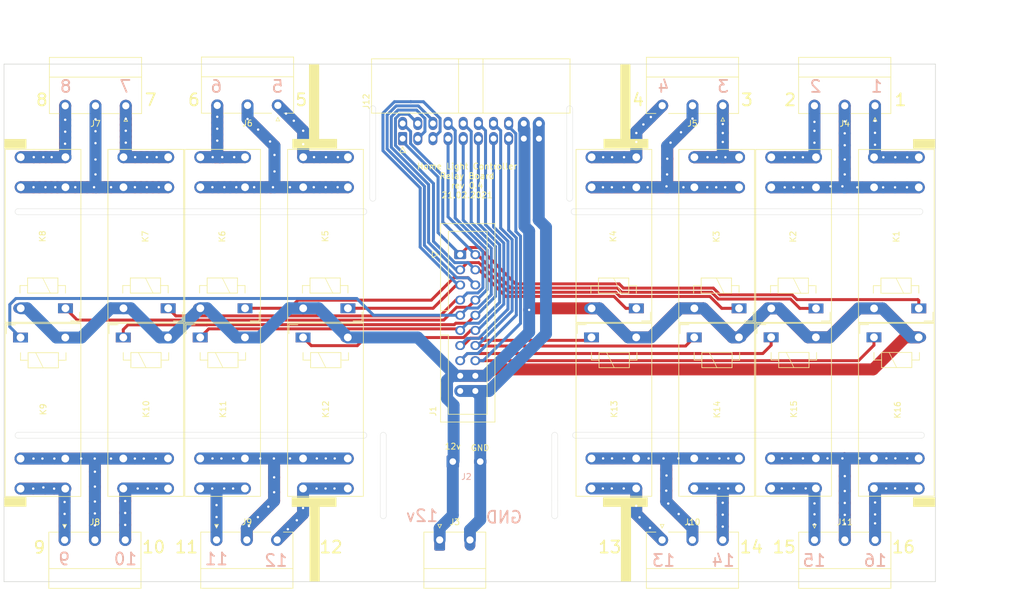
<source format=kicad_pcb>
(kicad_pcb (version 20171130) (host pcbnew 5.1.9-73d0e3b20d~88~ubuntu20.04.1)
  (layers (0 F.Cu signal) (31 B.Cu signal) (34 B.Paste user) (35 F.Paste user) (36 B.SilkS user) (37 F.SilkS user) (38 B.Mask user) (39 F.Mask user) (44 Edge.Cuts user))
  (net 0 "")
  (net 1 /COM)
  (net 2 /L16)
  (net 3 /L14)
  (net 4 /L12)
  (net 5 /L10)
  (net 6 /L8)
  (net 7 /L6)
  (net 8 /L4)
  (net 9 /L2)
  (net 10 /L15)
  (net 11 /L13)
  (net 12 /L11)
  (net 13 /L9)
  (net 14 /L7)
  (net 15 /L5)
  (net 16 /L3)
  (net 17 /L1)
  (net 18 /4relay_block/4)
  (net 19 /4relay_block/3)
  (net 20 /4relay_block/2)
  (net 21 /4relay_block/1)
  (net 22 /sheet60201268/4)
  (net 23 /sheet60201268/3)
  (net 24 /sheet60201268/2)
  (net 25 /sheet60201268/1)
  (net 26 /sheet6028DD5A/4)
  (net 27 /sheet6028DD5A/3)
  (net 28 /sheet6028DD5A/2)
  (net 29 /sheet6028DD5A/1)
  (net 30 /3relay_block/4)
  (net 31 /3relay_block/3)
  (net 32 /3relay_block/2)
  (net 33 /3relay_block/1)
  (net 34 GND)
  (net 35 /4relay_block/L1)
  (net 36 /4relay_block/L2)
  (net 37 /sheet60201268/L1)
  (net 38 /sheet60201268/L2)
  (net 39 /3relay_block/L1)
  (net 40 /3relay_block/L2)
  (net 41 /sheet6028DD5A/L1)
  (net 42 /sheet6028DD5A/L2)
  (module holse:IDC-Header_2x10_P2.54mm_Horizontal (layer F.Cu) (at 118.25 51.5 90)
    (fp_text reference J12 (at 6.215 -6.1 90) (layer F.SilkS))
    (fp_text value To_Main_Board)
    (pad 20 thru_hole oval (at 2.54 22.86 90) (size 2.2 1.5) (drill 1) (layers *.Cu *.Mask) (net 34 GND))
    (pad 18 thru_hole oval (at 2.54 20.32 90) (size 2.2 1.5) (drill 1) (layers *.Cu *.Mask) (net 1 /COM))
    (pad 16 thru_hole oval (at 2.54 17.78 90) (size 2.2 1.5) (drill 1) (layers *.Cu *.Mask) (net 2 /L16))
    (pad 14 thru_hole oval (at 2.54 15.24 90) (size 2.2 1.5) (drill 1) (layers *.Cu *.Mask) (net 3 /L14))
    (pad 12 thru_hole oval (at 2.54 12.7 90) (size 2.2 1.5) (drill 1) (layers *.Cu *.Mask) (net 4 /L12))
    (pad 10 thru_hole oval (at 2.54 10.16 90) (size 2.2 1.5) (drill 1) (layers *.Cu *.Mask) (net 5 /L10))
    (pad 8 thru_hole oval (at 2.54 7.62 90) (size 2.2 1.5) (drill 1) (layers *.Cu *.Mask) (net 6 /L8))
    (pad 6 thru_hole oval (at 2.54 5.08 90) (size 2.2 1.5) (drill 1) (layers *.Cu *.Mask) (net 7 /L6))
    (pad 4 thru_hole oval (at 2.54 2.54 90) (size 2.2 1.5) (drill 1) (layers *.Cu *.Mask) (net 8 /L4))
    (pad 2 thru_hole oval (at 2.54 0 90) (size 2.2 1.5) (drill 1) (layers *.Cu *.Mask) (net 9 /L2))
    (pad 19 thru_hole oval (at 0 22.86 90) (size 2.2 1.5) (drill 1) (layers *.Cu *.Mask) (net 34 GND))
    (pad 17 thru_hole oval (at 0 20.32 90) (size 2.2 1.5) (drill 1) (layers *.Cu *.Mask) (net 1 /COM))
    (pad 15 thru_hole oval (at 0 17.78 90) (size 2.2 1.5) (drill 1) (layers *.Cu *.Mask) (net 10 /L15))
    (pad 13 thru_hole oval (at 0 15.24 90) (size 2.2 1.5) (drill 1) (layers *.Cu *.Mask) (net 11 /L13))
    (pad 11 thru_hole oval (at 0 12.7 90) (size 2.2 1.5) (drill 1) (layers *.Cu *.Mask) (net 12 /L11))
    (pad 9 thru_hole oval (at 0 10.16 90) (size 2.2 1.5) (drill 1) (layers *.Cu *.Mask) (net 13 /L9))
    (pad 7 thru_hole oval (at 0 7.62 90) (size 2.2 1.5) (drill 1) (layers *.Cu *.Mask) (net 14 /L7))
    (pad 5 thru_hole oval (at 0 5.08 90) (size 2.2 1.5) (drill 1) (layers *.Cu *.Mask) (net 15 /L5))
    (pad 3 thru_hole oval (at 0 2.54 90) (size 2.2 1.5) (drill 1) (layers *.Cu *.Mask) (net 16 /L3))
    (pad 1 thru_hole roundrect (at 0 0 90) (size 2.2 1.5) (drill 1) (layers *.Cu *.Mask) (roundrect_rratio 0.147) (net 17 /L1))
  )
  (module holse:Relay_DPST_Schrack-RT2-FormA_RM5mm (layer F.Cu) (at 180.05 84.82 270)
    (fp_text reference K15 (at 12.07 -3.81 90) (layer F.SilkS))
    (fp_text value RT334012 hide)
    (pad 14 thru_hole oval (at 25.34 0 90) (size 2 2) (drill 1.3) (layers *.Cu *.Mask) (net 27 /sheet6028DD5A/3))
    (pad 21 thru_hole oval (at 20.3 -7.5 90) (size 2 2) (drill 1.3) (layers *.Cu *.Mask) (net 42 /sheet6028DD5A/L2))
    (pad 24 thru_hole oval (at 25.34 -7.5 90) (size 2 2) (drill 1.3) (layers *.Cu *.Mask) (net 27 /sheet6028DD5A/3))
    (pad 11 thru_hole oval (at 20.3 0 90) (size 2 2) (drill 1.3) (layers *.Cu *.Mask) (net 42 /sheet6028DD5A/L2))
    (pad A2 thru_hole oval (at 0 -7.5 90) (size 1.65 2.5) (drill 1.3) (layers *.Cu *.Mask) (net 1 /COM))
    (pad A1 thru_hole rect (at 0 0 90) (size 1.65 2.5) (drill 1.3) (layers *.Cu *.Mask) (net 10 /L15))
  )
  (module holse:IDC-Header_2x10_P2.54mm_Vertical (layer F.Cu) (at 127.9 70.96)
    (fp_text reference J1 (at -4.55 26.25 90) (layer F.SilkS))
    (fp_text value To_Main_Board hide)
    (pad 1 thru_hole roundrect (at 0 0) (size 2 1.5) (drill 1) (layers *.Cu *.Mask) (roundrect_rratio 0.147) (net 17 /L1))
    (pad 3 thru_hole oval (at 0 2.54) (size 1.65 1.5) (drill 1) (layers *.Cu *.Mask) (net 16 /L3))
    (pad 5 thru_hole oval (at 0 5.08) (size 1.65 1.5) (drill 1) (layers *.Cu *.Mask) (net 15 /L5))
    (pad 7 thru_hole oval (at 0 7.62) (size 1.65 1.5) (drill 1) (layers *.Cu *.Mask) (net 14 /L7))
    (pad 9 thru_hole oval (at 0 10.16) (size 1.65 1.5) (drill 1) (layers *.Cu *.Mask) (net 13 /L9))
    (pad 11 thru_hole oval (at 0 12.7) (size 1.65 1.5) (drill 1) (layers *.Cu *.Mask) (net 12 /L11))
    (pad 13 thru_hole oval (at 0 15.24) (size 1.65 1.5) (drill 1) (layers *.Cu *.Mask) (net 11 /L13))
    (pad 15 thru_hole oval (at 0 17.78) (size 1.65 1.5) (drill 1) (layers *.Cu *.Mask) (net 10 /L15))
    (pad 17 thru_hole oval (at 0 20.32) (size 1.65 1.5) (drill 1) (layers *.Cu *.Mask) (net 1 /COM))
    (pad 19 thru_hole oval (at 0 22.86) (size 1.65 1.5) (drill 1) (layers *.Cu *.Mask) (net 34 GND))
    (pad 2 thru_hole oval (at 2.54 0) (size 1.65 1.5) (drill 1) (layers *.Cu *.Mask) (net 9 /L2))
    (pad 4 thru_hole oval (at 2.54 2.54) (size 1.65 1.5) (drill 1) (layers *.Cu *.Mask) (net 8 /L4))
    (pad 6 thru_hole oval (at 2.54 5.08) (size 1.65 1.5) (drill 1) (layers *.Cu *.Mask) (net 7 /L6))
    (pad 8 thru_hole oval (at 2.54 7.62) (size 1.65 1.5) (drill 1) (layers *.Cu *.Mask) (net 6 /L8))
    (pad 10 thru_hole oval (at 2.54 10.16) (size 1.65 1.5) (drill 1) (layers *.Cu *.Mask) (net 5 /L10))
    (pad 12 thru_hole oval (at 2.54 12.7) (size 1.65 1.5) (drill 1) (layers *.Cu *.Mask) (net 4 /L12))
    (pad 14 thru_hole oval (at 2.54 15.24) (size 1.65 1.5) (drill 1) (layers *.Cu *.Mask) (net 3 /L14))
    (pad 16 thru_hole oval (at 2.54 17.78) (size 1.65 1.5) (drill 1) (layers *.Cu *.Mask) (net 2 /L16))
    (pad 18 thru_hole oval (at 2.54 20.32) (size 1.65 1.5) (drill 1) (layers *.Cu *.Mask) (net 1 /COM))
    (pad 20 thru_hole oval (at 2.54 22.86) (size 1.65 1.5) (drill 1) (layers *.Cu *.Mask) (net 34 GND))
  )
  (module holse:Relay_DPST_Schrack-RT2-FormA_RM5mm (layer F.Cu) (at 197.29 84.82 270)
    (fp_text reference K16 (at 12.18 -3.96 90) (layer F.SilkS))
    (fp_text value RT334012 hide)
    (pad 14 thru_hole oval (at 25.34 0 90) (size 2 2) (drill 1.3) (layers *.Cu *.Mask) (net 26 /sheet6028DD5A/4))
    (pad 21 thru_hole oval (at 20.3 -7.5 90) (size 2 2) (drill 1.3) (layers *.Cu *.Mask) (net 42 /sheet6028DD5A/L2))
    (pad 24 thru_hole oval (at 25.34 -7.5 90) (size 2 2) (drill 1.3) (layers *.Cu *.Mask) (net 26 /sheet6028DD5A/4))
    (pad 11 thru_hole oval (at 20.3 0 90) (size 2 2) (drill 1.3) (layers *.Cu *.Mask) (net 42 /sheet6028DD5A/L2))
    (pad A2 thru_hole oval (at 0 -7.5 90) (size 1.65 2.5) (drill 1.3) (layers *.Cu *.Mask) (net 1 /COM))
    (pad A1 thru_hole rect (at 0 0 90) (size 1.65 2.5) (drill 1.3) (layers *.Cu *.Mask) (net 2 /L16))
  )
  (module holse:Relay_DPST_Schrack-RT2-FormA_RM5mm (layer F.Cu) (at 167.15 84.83 270)
    (fp_text reference K14 (at 12.1 -3.82 90) (layer F.SilkS))
    (fp_text value RT334012 hide)
    (pad 14 thru_hole oval (at 25.34 0 90) (size 2 2) (drill 1.3) (layers *.Cu *.Mask) (net 28 /sheet6028DD5A/2))
    (pad 21 thru_hole oval (at 20.3 -7.5 90) (size 2 2) (drill 1.3) (layers *.Cu *.Mask) (net 41 /sheet6028DD5A/L1))
    (pad 24 thru_hole oval (at 25.34 -7.5 90) (size 2 2) (drill 1.3) (layers *.Cu *.Mask) (net 28 /sheet6028DD5A/2))
    (pad 11 thru_hole oval (at 20.3 0 90) (size 2 2) (drill 1.3) (layers *.Cu *.Mask) (net 41 /sheet6028DD5A/L1))
    (pad A2 thru_hole oval (at 0 -7.5 90) (size 1.65 2.5) (drill 1.3) (layers *.Cu *.Mask) (net 1 /COM))
    (pad A1 thru_hole rect (at 0 0 90) (size 1.65 2.5) (drill 1.3) (layers *.Cu *.Mask) (net 3 /L14))
  )
  (module holse:Relay_DPST_Schrack-RT2-FormA_RM5mm (layer F.Cu) (at 149.92 84.83 270)
    (fp_text reference K13 (at 12.04 -3.81 90) (layer F.SilkS))
    (fp_text value RT334012 hide)
    (pad 14 thru_hole oval (at 25.34 0 90) (size 2 2) (drill 1.3) (layers *.Cu *.Mask) (net 29 /sheet6028DD5A/1))
    (pad 21 thru_hole oval (at 20.3 -7.5 90) (size 2 2) (drill 1.3) (layers *.Cu *.Mask) (net 41 /sheet6028DD5A/L1))
    (pad 24 thru_hole oval (at 25.34 -7.5 90) (size 2 2) (drill 1.3) (layers *.Cu *.Mask) (net 29 /sheet6028DD5A/1))
    (pad 11 thru_hole oval (at 20.3 0 90) (size 2 2) (drill 1.3) (layers *.Cu *.Mask) (net 41 /sheet6028DD5A/L1))
    (pad A2 thru_hole oval (at 0 -7.5 90) (size 1.65 2.5) (drill 1.3) (layers *.Cu *.Mask) (net 1 /COM))
    (pad A1 thru_hole rect (at 0 0 90) (size 1.65 2.5) (drill 1.3) (layers *.Cu *.Mask) (net 11 /L13))
  )
  (module holse:Relay_DPST_Schrack-RT2-FormA_RM5mm (layer F.Cu) (at 101.55 84.84 270)
    (fp_text reference K12 (at 12.06 -3.81 90) (layer F.SilkS))
    (fp_text value RT334012 hide)
    (pad 14 thru_hole oval (at 25.34 0 90) (size 2 2) (drill 1.3) (layers *.Cu *.Mask) (net 30 /3relay_block/4))
    (pad 21 thru_hole oval (at 20.3 -7.5 90) (size 2 2) (drill 1.3) (layers *.Cu *.Mask) (net 40 /3relay_block/L2))
    (pad 24 thru_hole oval (at 25.34 -7.5 90) (size 2 2) (drill 1.3) (layers *.Cu *.Mask) (net 30 /3relay_block/4))
    (pad 11 thru_hole oval (at 20.3 0 90) (size 2 2) (drill 1.3) (layers *.Cu *.Mask) (net 40 /3relay_block/L2))
    (pad A2 thru_hole oval (at 0 -7.5 90) (size 1.65 2.5) (drill 1.3) (layers *.Cu *.Mask) (net 1 /COM))
    (pad A1 thru_hole rect (at 0 0 90) (size 1.65 2.5) (drill 1.3) (layers *.Cu *.Mask) (net 4 /L12))
  )
  (module holse:Relay_DPST_Schrack-RT2-FormA_RM5mm (layer F.Cu) (at 84.3 84.84 270)
    (fp_text reference K11 (at 12.06 -3.82 90) (layer F.SilkS))
    (fp_text value RT334012 hide)
    (pad 14 thru_hole oval (at 25.34 0 90) (size 2 2) (drill 1.3) (layers *.Cu *.Mask) (net 31 /3relay_block/3))
    (pad 21 thru_hole oval (at 20.3 -7.5 90) (size 2 2) (drill 1.3) (layers *.Cu *.Mask) (net 40 /3relay_block/L2))
    (pad 24 thru_hole oval (at 25.34 -7.5 90) (size 2 2) (drill 1.3) (layers *.Cu *.Mask) (net 31 /3relay_block/3))
    (pad 11 thru_hole oval (at 20.3 0 90) (size 2 2) (drill 1.3) (layers *.Cu *.Mask) (net 40 /3relay_block/L2))
    (pad A2 thru_hole oval (at 0 -7.5 90) (size 1.65 2.5) (drill 1.3) (layers *.Cu *.Mask) (net 1 /COM))
    (pad A1 thru_hole rect (at 0 0 90) (size 1.65 2.5) (drill 1.3) (layers *.Cu *.Mask) (net 12 /L11))
  )
  (module holse:Relay_DPST_Schrack-RT2-FormA_RM5mm (layer F.Cu) (at 71.4 84.84 270)
    (fp_text reference K10 (at 12.02 -3.83 90) (layer F.SilkS))
    (fp_text value RT334012 hide)
    (pad 14 thru_hole oval (at 25.34 0 90) (size 2 2) (drill 1.3) (layers *.Cu *.Mask) (net 32 /3relay_block/2))
    (pad 21 thru_hole oval (at 20.3 -7.5 90) (size 2 2) (drill 1.3) (layers *.Cu *.Mask) (net 39 /3relay_block/L1))
    (pad 24 thru_hole oval (at 25.34 -7.5 90) (size 2 2) (drill 1.3) (layers *.Cu *.Mask) (net 32 /3relay_block/2))
    (pad 11 thru_hole oval (at 20.3 0 90) (size 2 2) (drill 1.3) (layers *.Cu *.Mask) (net 39 /3relay_block/L1))
    (pad A2 thru_hole oval (at 0 -7.5 90) (size 1.65 2.5) (drill 1.3) (layers *.Cu *.Mask) (net 1 /COM))
    (pad A1 thru_hole rect (at 0 0 90) (size 1.65 2.5) (drill 1.3) (layers *.Cu *.Mask) (net 5 /L10))
  )
  (module holse:Relay_DPST_Schrack-RT2-FormA_RM5mm (layer F.Cu) (at 54.17 84.86 270)
    (fp_text reference K9 (at 12.04 -3.81 90) (layer F.SilkS))
    (fp_text value RT334012 hide)
    (pad 14 thru_hole oval (at 25.34 0 90) (size 2 2) (drill 1.3) (layers *.Cu *.Mask) (net 33 /3relay_block/1))
    (pad 21 thru_hole oval (at 20.3 -7.5 90) (size 2 2) (drill 1.3) (layers *.Cu *.Mask) (net 39 /3relay_block/L1))
    (pad 24 thru_hole oval (at 25.34 -7.5 90) (size 2 2) (drill 1.3) (layers *.Cu *.Mask) (net 33 /3relay_block/1))
    (pad 11 thru_hole oval (at 20.3 0 90) (size 2 2) (drill 1.3) (layers *.Cu *.Mask) (net 39 /3relay_block/L1))
    (pad A2 thru_hole oval (at 0 -7.5 90) (size 1.65 2.5) (drill 1.3) (layers *.Cu *.Mask) (net 1 /COM))
    (pad A1 thru_hole rect (at 0 0 90) (size 1.65 2.5) (drill 1.3) (layers *.Cu *.Mask) (net 13 /L9))
  )
  (module holse:Relay_DPST_Schrack-RT2-FormA_RM5mm (layer F.Cu) (at 61.7 79.95 90)
    (fp_text reference K8 (at 12.07 -3.84 90) (layer F.SilkS))
    (fp_text value RT334012 hide)
    (pad 14 thru_hole oval (at 25.34 0 270) (size 2 2) (drill 1.3) (layers *.Cu *.Mask) (net 22 /sheet60201268/4))
    (pad 21 thru_hole oval (at 20.3 -7.5 270) (size 2 2) (drill 1.3) (layers *.Cu *.Mask) (net 38 /sheet60201268/L2))
    (pad 24 thru_hole oval (at 25.34 -7.5 270) (size 2 2) (drill 1.3) (layers *.Cu *.Mask) (net 22 /sheet60201268/4))
    (pad 11 thru_hole oval (at 20.3 0 270) (size 2 2) (drill 1.3) (layers *.Cu *.Mask) (net 38 /sheet60201268/L2))
    (pad A2 thru_hole oval (at 0 -7.5 270) (size 1.65 2.5) (drill 1.3) (layers *.Cu *.Mask) (net 1 /COM))
    (pad A1 thru_hole rect (at 0 0 270) (size 1.65 2.5) (drill 1.3) (layers *.Cu *.Mask) (net 6 /L8))
  )
  (module holse:Relay_DPST_Schrack-RT2-FormA_RM5mm (layer F.Cu) (at 78.93 79.95 90)
    (fp_text reference K7 (at 12.03 -3.83 90) (layer F.SilkS))
    (fp_text value RT334012 hide)
    (pad 14 thru_hole oval (at 25.34 0 270) (size 2 2) (drill 1.3) (layers *.Cu *.Mask) (net 23 /sheet60201268/3))
    (pad 21 thru_hole oval (at 20.3 -7.5 270) (size 2 2) (drill 1.3) (layers *.Cu *.Mask) (net 38 /sheet60201268/L2))
    (pad 24 thru_hole oval (at 25.34 -7.5 270) (size 2 2) (drill 1.3) (layers *.Cu *.Mask) (net 23 /sheet60201268/3))
    (pad 11 thru_hole oval (at 20.3 0 270) (size 2 2) (drill 1.3) (layers *.Cu *.Mask) (net 38 /sheet60201268/L2))
    (pad A2 thru_hole oval (at 0 -7.5 270) (size 1.65 2.5) (drill 1.3) (layers *.Cu *.Mask) (net 1 /COM))
    (pad A1 thru_hole rect (at 0 0 270) (size 1.65 2.5) (drill 1.3) (layers *.Cu *.Mask) (net 14 /L7))
  )
  (module holse:Relay_DPST_Schrack-RT2-FormA_RM5mm (layer F.Cu) (at 91.82 79.95 90)
    (fp_text reference K6 (at 12.03 -3.84 90) (layer F.SilkS))
    (fp_text value RT334012 hide)
    (pad 14 thru_hole oval (at 25.34 0 270) (size 2 2) (drill 1.3) (layers *.Cu *.Mask) (net 24 /sheet60201268/2))
    (pad 21 thru_hole oval (at 20.3 -7.5 270) (size 2 2) (drill 1.3) (layers *.Cu *.Mask) (net 37 /sheet60201268/L1))
    (pad 24 thru_hole oval (at 25.34 -7.5 270) (size 2 2) (drill 1.3) (layers *.Cu *.Mask) (net 24 /sheet60201268/2))
    (pad 11 thru_hole oval (at 20.3 0 270) (size 2 2) (drill 1.3) (layers *.Cu *.Mask) (net 37 /sheet60201268/L1))
    (pad A2 thru_hole oval (at 0 -7.5 270) (size 1.65 2.5) (drill 1.3) (layers *.Cu *.Mask) (net 1 /COM))
    (pad A1 thru_hole rect (at 0 0 270) (size 1.65 2.5) (drill 1.3) (layers *.Cu *.Mask) (net 7 /L6))
  )
  (module holse:Relay_DPST_Schrack-RT2-FormA_RM5mm (layer F.Cu) (at 109.07 79.95 90)
    (fp_text reference K5 (at 12.07 -3.8 90) (layer F.SilkS))
    (fp_text value RT334012 hide)
    (pad 14 thru_hole oval (at 25.34 0 270) (size 2 2) (drill 1.3) (layers *.Cu *.Mask) (net 25 /sheet60201268/1))
    (pad 21 thru_hole oval (at 20.3 -7.5 270) (size 2 2) (drill 1.3) (layers *.Cu *.Mask) (net 37 /sheet60201268/L1))
    (pad 24 thru_hole oval (at 25.34 -7.5 270) (size 2 2) (drill 1.3) (layers *.Cu *.Mask) (net 25 /sheet60201268/1))
    (pad 11 thru_hole oval (at 20.3 0 270) (size 2 2) (drill 1.3) (layers *.Cu *.Mask) (net 37 /sheet60201268/L1))
    (pad A2 thru_hole oval (at 0 -7.5 270) (size 1.65 2.5) (drill 1.3) (layers *.Cu *.Mask) (net 1 /COM))
    (pad A1 thru_hole rect (at 0 0 270) (size 1.65 2.5) (drill 1.3) (layers *.Cu *.Mask) (net 15 /L5))
  )
  (module holse:Relay_DPST_Schrack-RT2-FormA_RM5mm (layer F.Cu) (at 157.44 79.96 90)
    (fp_text reference K4 (at 12.07 -3.88 90) (layer F.SilkS))
    (fp_text value RT334012 hide)
    (pad 14 thru_hole oval (at 25.34 0 270) (size 2 2) (drill 1.3) (layers *.Cu *.Mask) (net 18 /4relay_block/4))
    (pad 21 thru_hole oval (at 20.3 -7.5 270) (size 2 2) (drill 1.3) (layers *.Cu *.Mask) (net 36 /4relay_block/L2))
    (pad 24 thru_hole oval (at 25.34 -7.5 270) (size 2 2) (drill 1.3) (layers *.Cu *.Mask) (net 18 /4relay_block/4))
    (pad 11 thru_hole oval (at 20.3 0 270) (size 2 2) (drill 1.3) (layers *.Cu *.Mask) (net 36 /4relay_block/L2))
    (pad A2 thru_hole oval (at 0 -7.5 270) (size 1.65 2.5) (drill 1.3) (layers *.Cu *.Mask) (net 1 /COM))
    (pad A1 thru_hole rect (at 0 0 270) (size 1.65 2.5) (drill 1.3) (layers *.Cu *.Mask) (net 8 /L4))
  )
  (module holse:Relay_DPST_Schrack-RT2-FormA_RM5mm (layer F.Cu) (at 174.67 79.96 90)
    (fp_text reference K3 (at 12.01 -3.8 90) (layer F.SilkS))
    (fp_text value RT334012 hide)
    (pad 14 thru_hole oval (at 25.34 0 270) (size 2 2) (drill 1.3) (layers *.Cu *.Mask) (net 19 /4relay_block/3))
    (pad 21 thru_hole oval (at 20.3 -7.5 270) (size 2 2) (drill 1.3) (layers *.Cu *.Mask) (net 36 /4relay_block/L2))
    (pad 24 thru_hole oval (at 25.34 -7.5 270) (size 2 2) (drill 1.3) (layers *.Cu *.Mask) (net 19 /4relay_block/3))
    (pad 11 thru_hole oval (at 20.3 0 270) (size 2 2) (drill 1.3) (layers *.Cu *.Mask) (net 36 /4relay_block/L2))
    (pad A2 thru_hole oval (at 0 -7.5 270) (size 1.65 2.5) (drill 1.3) (layers *.Cu *.Mask) (net 1 /COM))
    (pad A1 thru_hole rect (at 0 0 270) (size 1.65 2.5) (drill 1.3) (layers *.Cu *.Mask) (net 16 /L3))
  )
  (module holse:Relay_DPST_Schrack-RT2-FormA_RM5mm (layer F.Cu) (at 187.57 79.97 90)
    (fp_text reference K2 (at 12.02 -3.84 90) (layer F.SilkS))
    (fp_text value RT334012 hide)
    (pad 14 thru_hole oval (at 25.34 0 270) (size 2 2) (drill 1.3) (layers *.Cu *.Mask) (net 20 /4relay_block/2))
    (pad 21 thru_hole oval (at 20.3 -7.5 270) (size 2 2) (drill 1.3) (layers *.Cu *.Mask) (net 35 /4relay_block/L1))
    (pad 24 thru_hole oval (at 25.34 -7.5 270) (size 2 2) (drill 1.3) (layers *.Cu *.Mask) (net 20 /4relay_block/2))
    (pad 11 thru_hole oval (at 20.3 0 270) (size 2 2) (drill 1.3) (layers *.Cu *.Mask) (net 35 /4relay_block/L1))
    (pad A2 thru_hole oval (at 0 -7.5 270) (size 1.65 2.5) (drill 1.3) (layers *.Cu *.Mask) (net 1 /COM))
    (pad A1 thru_hole rect (at 0 0 270) (size 1.65 2.5) (drill 1.3) (layers *.Cu *.Mask) (net 9 /L2))
  )
  (module holse:Relay_DPST_Schrack-RT2-FormA_RM5mm (layer F.Cu) (at 204.81 79.97 90)
    (fp_text reference K1 (at 12.02 -3.77 90) (layer F.SilkS))
    (fp_text value RT334012 hide)
    (pad 14 thru_hole oval (at 25.34 0 270) (size 2 2) (drill 1.3) (layers *.Cu *.Mask) (net 21 /4relay_block/1))
    (pad 21 thru_hole oval (at 20.3 -7.5 270) (size 2 2) (drill 1.3) (layers *.Cu *.Mask) (net 35 /4relay_block/L1))
    (pad 24 thru_hole oval (at 25.34 -7.5 270) (size 2 2) (drill 1.3) (layers *.Cu *.Mask) (net 21 /4relay_block/1))
    (pad 11 thru_hole oval (at 20.3 0 270) (size 2 2) (drill 1.3) (layers *.Cu *.Mask) (net 35 /4relay_block/L1))
    (pad A2 thru_hole oval (at 0 -7.5 270) (size 1.65 2.5) (drill 1.3) (layers *.Cu *.Mask) (net 1 /COM))
    (pad A1 thru_hole rect (at 0 0 270) (size 1.65 2.5) (drill 1.3) (layers *.Cu *.Mask) (net 17 /L1))
  )
  (module holse:PhoenixContact_MC_1,5_3-G-5.08_1x03_P5.08mm_Horizontal (layer F.Cu) (at 187.32 118.81)
    (fp_text reference J11 (at 5.08 -3) (layer F.SilkS))
    (fp_text value "Relay out")
    (pad 3 thru_hole oval (at 10.16 0) (size 2 2) (drill 1.2) (layers *.Cu *.Mask) (net 26 /sheet6028DD5A/4))
    (pad 2 thru_hole oval (at 5.08 0) (size 2 2) (drill 1.2) (layers *.Cu *.Mask) (net 42 /sheet6028DD5A/L2))
    (pad 1 thru_hole oval (at 0 0) (size 2 2) (drill 1.2) (layers *.Cu *.Mask) (net 27 /sheet6028DD5A/3))
  )
  (module holse:PhoenixContact_MC_1,5_3-G-5.08_1x03_P5.08mm_Horizontal (layer F.Cu) (at 161.77 118.8)
    (fp_text reference J10 (at 5.08 -3) (layer F.SilkS))
    (fp_text value "Relay out")
    (pad 3 thru_hole oval (at 10.16 0) (size 2 2) (drill 1.2) (layers *.Cu *.Mask) (net 28 /sheet6028DD5A/2))
    (pad 2 thru_hole oval (at 5.08 0) (size 2 2) (drill 1.2) (layers *.Cu *.Mask) (net 41 /sheet6028DD5A/L1))
    (pad 1 thru_hole oval (at 0 0) (size 2 2) (drill 1.2) (layers *.Cu *.Mask) (net 29 /sheet6028DD5A/1))
  )
  (module holse:PhoenixContact_MC_1,5_3-G-5.08_1x03_P5.08mm_Horizontal (layer F.Cu) (at 87.04 118.8)
    (fp_text reference J9 (at 5.08 -3) (layer F.SilkS))
    (fp_text value "Relay out")
    (pad 3 thru_hole oval (at 10.16 0) (size 2 2) (drill 1.2) (layers *.Cu *.Mask) (net 30 /3relay_block/4))
    (pad 2 thru_hole oval (at 5.08 0) (size 2 2) (drill 1.2) (layers *.Cu *.Mask) (net 40 /3relay_block/L2))
    (pad 1 thru_hole oval (at 0 0) (size 2 2) (drill 1.2) (layers *.Cu *.Mask) (net 31 /3relay_block/3))
  )
  (module holse:PhoenixContact_MC_1,5_3-G-5.08_1x03_P5.08mm_Horizontal (layer F.Cu) (at 61.56 118.81)
    (fp_text reference J8 (at 5.08 -3) (layer F.SilkS))
    (fp_text value "Relay out")
    (pad 3 thru_hole oval (at 10.16 0) (size 2 2) (drill 1.2) (layers *.Cu *.Mask) (net 32 /3relay_block/2))
    (pad 2 thru_hole oval (at 5.08 0) (size 2 2) (drill 1.2) (layers *.Cu *.Mask) (net 39 /3relay_block/L1))
    (pad 1 thru_hole oval (at 0 0) (size 2 2) (drill 1.2) (layers *.Cu *.Mask) (net 33 /3relay_block/1))
  )
  (module holse:PhoenixContact_MC_1,5_3-G-5.08_1x03_P5.08mm_Horizontal (layer F.Cu) (at 71.82 45.99 180)
    (fp_text reference J7 (at 5.08 -3) (layer F.SilkS))
    (fp_text value "Relay out")
    (pad 3 thru_hole oval (at 10.16 0 180) (size 2 2) (drill 1.2) (layers *.Cu *.Mask) (net 22 /sheet60201268/4))
    (pad 2 thru_hole oval (at 5.08 0 180) (size 2 2) (drill 1.2) (layers *.Cu *.Mask) (net 38 /sheet60201268/L2))
    (pad 1 thru_hole oval (at 0 0 180) (size 2 2) (drill 1.2) (layers *.Cu *.Mask) (net 23 /sheet60201268/3))
  )
  (module holse:PhoenixContact_MC_1,5_3-G-5.08_1x03_P5.08mm_Horizontal (layer F.Cu) (at 97.32 45.93 180)
    (fp_text reference J6 (at 5.08 -3) (layer F.SilkS))
    (fp_text value "Relay out")
    (pad 3 thru_hole oval (at 10.16 0 180) (size 2 2) (drill 1.2) (layers *.Cu *.Mask) (net 24 /sheet60201268/2))
    (pad 2 thru_hole oval (at 5.08 0 180) (size 2 2) (drill 1.2) (layers *.Cu *.Mask) (net 37 /sheet60201268/L1))
    (pad 1 thru_hole oval (at 0 0 180) (size 2 2) (drill 1.2) (layers *.Cu *.Mask) (net 25 /sheet60201268/1))
  )
  (module holse:PhoenixContact_MC_1,5_3-G-5.08_1x03_P5.08mm_Horizontal (layer F.Cu) (at 171.94 45.97 180)
    (fp_text reference J5 (at 5.08 -3) (layer F.SilkS))
    (fp_text value "Relay out")
    (pad 3 thru_hole oval (at 10.16 0 180) (size 2 2) (drill 1.2) (layers *.Cu *.Mask) (net 18 /4relay_block/4))
    (pad 2 thru_hole oval (at 5.08 0 180) (size 2 2) (drill 1.2) (layers *.Cu *.Mask) (net 36 /4relay_block/L2))
    (pad 1 thru_hole oval (at 0 0 180) (size 2 2) (drill 1.2) (layers *.Cu *.Mask) (net 19 /4relay_block/3))
  )
  (module holse:PhoenixContact_MC_1,5_3-G-5.08_1x03_P5.08mm_Horizontal (layer F.Cu) (at 197.47 45.98 180)
    (fp_text reference J4 (at 5.08 -3) (layer F.SilkS))
    (fp_text value "Relay out")
    (pad 3 thru_hole oval (at 10.16 0 180) (size 2 2) (drill 1.2) (layers *.Cu *.Mask) (net 20 /4relay_block/2))
    (pad 2 thru_hole oval (at 5.08 0 180) (size 2 2) (drill 1.2) (layers *.Cu *.Mask) (net 35 /4relay_block/L1))
    (pad 1 thru_hole oval (at 0 0 180) (size 2 2) (drill 1.2) (layers *.Cu *.Mask) (net 21 /4relay_block/1))
  )
  (module Connector_Phoenix_MC_HighVoltage:PhoenixContact_MC_1,5_2-G-5.08_1x02_P5.08mm_Horizontal (layer F.Cu) (at 124.46 118.8)
    (fp_text reference J3 (at 2.54 -3) (layer F.SilkS))
    (fp_text value Power)
    (pad 2 thru_hole oval (at 5.08 0) (size 1.8 3.6) (drill 1.2) (layers *.Cu *.Mask) (net 34 GND))
    (pad 1 thru_hole roundrect (at 0 0) (size 1.8 3.6) (drill 1.2) (layers *.Cu *.Mask) (roundrect_rratio 0.1388888888888889) (net 1 /COM))
  )
  (module holse:SolderWire-0.5sqmm_1x02_P4.6mm_D0.9mm_OD2.1mm (layer F.Cu) (at 126.66 105.66)
    (fp_text reference J2 (at 2.286 2.54 unlocked) (layer B.SilkS))
    (fp_text value "Main Board Power")
    (fp_text user 12v (at -5.16 9.09) (layer B.SilkS) (effects (font (size 2 2) (thickness 0.3)) (justify mirror)))
    (fp_text user GND (at 8.59 9.34) (layer B.SilkS) (effects (font (size 2 2) (thickness 0.3)) (justify mirror)))
    (fp_text user GND (at 4.572 -2.286) (layer F.SilkS))
    (fp_text user 12v (at 0 -2.54) (layer F.SilkS))
    (pad 1 thru_hole roundrect (at 0 0) (size 2.1 2.1) (drill 1.1) (layers *.Cu *.Mask) (roundrect_rratio 0.119047619047619) (net 1 /COM))
    (pad 2 thru_hole circle (at 4.6 0) (size 2.1 2.1) (drill 1.1) (layers *.Cu *.Mask) (net 34 GND))
  )
  (gr_line (start 145.75 46.5) (end 145.75 50.5) (layer Edge.Cuts) (width 0.05))
  (gr_line (start 146.75 46.5) (end 146.75 50.5) (layer Edge.Cuts) (width 0.05))
  (gr_line (start 112.75 46.5) (end 112.75 50.5) (layer Edge.Cuts) (width 0.05))
  (gr_line (start 113.75 46.5) (end 113.75 50.5) (layer Edge.Cuts) (width 0.05))
  (gr_text 16 (at 197.5 122.25) (layer B.SilkS) (effects (font (size 2 2) (thickness 0.3)) (justify mirror)))
  (gr_text 15 (at 187.25 122.25) (layer B.SilkS) (effects (font (size 2 2) (thickness 0.3)) (justify mirror)))
  (gr_text 14 (at 172 122.25) (layer B.SilkS) (effects (font (size 2 2) (thickness 0.3)) (justify mirror)))
  (gr_text 13 (at 162 122.25) (layer B.SilkS) (effects (font (size 2 2) (thickness 0.3)) (justify mirror)))
  (gr_text 12 (at 97 122.25) (layer B.SilkS) (effects (font (size 2 2) (thickness 0.3)) (justify mirror)))
  (gr_text 11 (at 87 122) (layer B.SilkS) (effects (font (size 2 2) (thickness 0.3)) (justify mirror)))
  (gr_text 10 (at 71.75 122) (layer B.SilkS) (effects (font (size 2 2) (thickness 0.3)) (justify mirror)))
  (gr_text 9 (at 61.5 122) (layer B.SilkS) (effects (font (size 2 2) (thickness 0.3)) (justify mirror)))
  (gr_text 8 (at 61.75 42.75) (layer B.SilkS) (effects (font (size 2 2) (thickness 0.3)) (justify mirror)))
  (gr_text 7 (at 71.75 42.75) (layer B.SilkS) (effects (font (size 2 2) (thickness 0.3)) (justify mirror)))
  (gr_text 6 (at 87 42.75) (layer B.SilkS) (effects (font (size 2 2) (thickness 0.3)) (justify mirror)))
  (gr_text 5 (at 97.25 42.75) (layer B.SilkS) (effects (font (size 2 2) (thickness 0.3)) (justify mirror)))
  (gr_text 4 (at 162 42.75) (layer B.SilkS) (effects (font (size 2 2) (thickness 0.3)) (justify mirror)))
  (gr_text 3 (at 172 42.75) (layer B.SilkS) (effects (font (size 2 2) (thickness 0.3)) (justify mirror)))
  (gr_text 2 (at 187.5 42.75) (layer B.SilkS) (effects (font (size 2 2) (thickness 0.3)) (justify mirror)))
  (gr_text 1 (at 197.75 42.75) (layer B.SilkS) (effects (font (size 2 2) (thickness 0.3)) (justify mirror)))
  (gr_text 16 (at 202.25 120) (layer F.SilkS) (effects (font (size 2 2) (thickness 0.3))))
  (gr_text 15 (at 182.25 120) (layer F.SilkS) (effects (font (size 2 2) (thickness 0.3))))
  (gr_text 14 (at 176.75 120) (layer F.SilkS) (effects (font (size 2 2) (thickness 0.3))))
  (gr_text 13 (at 153 120) (layer F.SilkS) (effects (font (size 2 2) (thickness 0.3))))
  (gr_text 12 (at 106.25 120) (layer F.SilkS) (effects (font (size 2 2) (thickness 0.3))))
  (gr_text 11 (at 82 120) (layer F.SilkS) (effects (font (size 2 2) (thickness 0.3))))
  (gr_text 10 (at 76.5 120) (layer F.SilkS) (effects (font (size 2 2) (thickness 0.3))))
  (gr_text 9 (at 57.33 120.05) (layer F.SilkS) (effects (font (size 2 2) (thickness 0.3))))
  (gr_text 8 (at 57.75 45) (layer F.SilkS) (effects (font (size 2 2) (thickness 0.3))))
  (gr_text 7 (at 76 45) (layer F.SilkS) (effects (font (size 2 2) (thickness 0.3))))
  (gr_text 6 (at 83.25 45) (layer F.SilkS) (effects (font (size 2 2) (thickness 0.3))))
  (gr_text 5 (at 101.25 45) (layer F.SilkS) (effects (font (size 2 2) (thickness 0.3))))
  (gr_text 4 (at 157.75 45) (layer F.SilkS) (effects (font (size 2 2) (thickness 0.3))))
  (gr_text 3 (at 176 45) (layer F.SilkS) (effects (font (size 2 2) (thickness 0.3))))
  (gr_text 2 (at 183.25 45) (layer F.SilkS) (effects (font (size 2 2) (thickness 0.3))))
  (gr_text 1 (at 201.75 45) (layer F.SilkS) (effects (font (size 2 2) (thickness 0.3))))
  (gr_line (start 144.25 112.25) (end 144.25 114.75) (layer Edge.Cuts) (width 0.05))
  (gr_line (start 143.25 112.25) (end 143.25 114.75) (layer Edge.Cuts) (width 0.05))
  (gr_arc (start 115 101.25) (end 115.5 101.25) (angle -180) (layer Edge.Cuts) (width 0.05))
  (gr_arc (start 115 114.75) (end 114.5 114.75) (angle -180) (layer Edge.Cuts) (width 0.05))
  (gr_line (start 114.5 101.25) (end 114.5 114.75) (layer Edge.Cuts) (width 0.05))
  (gr_line (start 115.5 114.75) (end 115.5 101.25) (layer Edge.Cuts) (width 0.05))
  (gr_arc (start 143.75 101.25) (end 144.25 101.25) (angle -180) (layer Edge.Cuts) (width 0.05))
  (gr_arc (start 143.75 114.75) (end 143.25 114.75) (angle -180) (layer Edge.Cuts) (width 0.05))
  (gr_line (start 143.25 101.25) (end 143.25 112.25) (layer Edge.Cuts) (width 0.05))
  (gr_line (start 144.25 112.25) (end 144.25 101.25) (layer Edge.Cuts) (width 0.05))
  (gr_arc (start 113.25 46.5) (end 113.75 46.5) (angle -180) (layer Edge.Cuts) (width 0.05))
  (gr_arc (start 113.25 61.5) (end 112.75 61.5) (angle -180) (layer Edge.Cuts) (width 0.05))
  (gr_line (start 112.75 50.5) (end 112.75 61.5) (layer Edge.Cuts) (width 0.05))
  (gr_line (start 113.75 61.5) (end 113.75 50.5) (layer Edge.Cuts) (width 0.05))
  (gr_arc (start 146.25 46.5) (end 146.75 46.5) (angle -180) (layer Edge.Cuts) (width 0.05))
  (gr_arc (start 146.25 61.5) (end 145.75 61.5) (angle -180) (layer Edge.Cuts) (width 0.05))
  (gr_line (start 145.75 50.5) (end 145.75 61.5) (layer Edge.Cuts) (width 0.05))
  (gr_line (start 146.75 61.5) (end 146.75 50.5) (layer Edge.Cuts) (width 0.05))
  (gr_line (start 53.75 64.25) (end 111.75 64.25) (layer Edge.Cuts) (width 0.05))
  (gr_line (start 111.75 63.25) (end 53.75 63.25) (layer Edge.Cuts) (width 0.05))
  (gr_arc (start 53.75 63.75) (end 53.75 63.25) (angle -180) (layer Edge.Cuts) (width 0.05))
  (gr_arc (start 111.75 63.75) (end 111.75 64.25) (angle -180) (layer Edge.Cuts) (width 0.05))
  (gr_line (start 53.75 101.75) (end 111.75 101.75) (layer Edge.Cuts) (width 0.05))
  (gr_line (start 111.75 100.75) (end 53.75 100.75) (layer Edge.Cuts) (width 0.05))
  (gr_arc (start 53.75 101.25) (end 53.75 100.75) (angle -180) (layer Edge.Cuts) (width 0.05))
  (gr_arc (start 111.75 101.25) (end 111.75 101.75) (angle -180) (layer Edge.Cuts) (width 0.05))
  (gr_line (start 147.25 101.75) (end 205.25 101.75) (layer Edge.Cuts) (width 0.05))
  (gr_line (start 205.25 100.75) (end 147.25 100.75) (layer Edge.Cuts) (width 0.05))
  (gr_arc (start 147.25 101.25) (end 147.25 100.75) (angle -180) (layer Edge.Cuts) (width 0.05))
  (gr_arc (start 205.25 101.25) (end 205.25 101.75) (angle -180) (layer Edge.Cuts) (width 0.05))
  (gr_arc (start 147 63.75) (end 147 63.25) (angle -180) (layer Edge.Cuts) (width 0.05))
  (gr_arc (start 205 63.75) (end 205 64.25) (angle -180) (layer Edge.Cuts) (width 0.05))
  (gr_line (start 147 64.25) (end 205 64.25) (layer Edge.Cuts) (width 0.05))
  (gr_line (start 205 63.25) (end 147 63.25) (layer Edge.Cuts) (width 0.05))
  (gr_poly (pts (xy 207.6 53.13) (xy 206.9 53.13) (xy 203.9 53.13) (xy 203.9 51.63) (xy 207.6 51.63)) (layer F.SilkS) (width 0.1))
  (gr_poly (pts (xy 55.11 53.12) (xy 54.41 53.12) (xy 51.41 53.12) (xy 51.41 51.62) (xy 55.11 51.62)) (layer F.SilkS) (width 0.1))
  (gr_poly (pts (xy 55.1 113.18) (xy 54.4 113.18) (xy 51.4 113.18) (xy 51.4 111.68) (xy 55.1 111.68)) (layer F.SilkS) (width 0.1))
  (gr_text "Home Light Controller\nRelay Board\nrev 0.4\n21.02.2021" (at 129.06 58.56) (layer F.SilkS) (effects (font (size 1 1))))
  (gr_poly (pts (xy 207.6 113.2) (xy 206.9 113.2) (xy 203.9 113.2) (xy 203.9 111.7) (xy 207.6 111.7)) (layer F.SilkS) (width 0.1))
  (gr_line (start 207.6 125.8) (end 51.4 125.8) (layer Edge.Cuts) (width 0.1))
  (gr_line (start 207.6 39) (end 207.6 125.8) (layer Edge.Cuts) (width 0.1))
  (gr_poly (pts (xy 152 51.6) (xy 154.8 51.6) (xy 154.8 39) (xy 156.4 39) (xy 156.4 51.6) (xy 159.4 51.6) (xy 159.4 53.1) (xy 152 53.1)) (layer F.SilkS) (width 0.1))
  (gr_poly (pts (xy 107.1 113.2) (xy 104.3 113.2) (xy 104.3 125.8) (xy 102.7 125.8) (xy 102.7 113.2) (xy 99.7 113.2) (xy 99.7 111.7) (xy 107.1 111.7)) (layer F.SilkS) (width 0.1))
  (gr_line (start 51.4 125.8) (end 51.4 39) (layer Edge.Cuts) (width 0.1))
  (gr_line (start 51.4 39) (end 207.6 39) (layer Edge.Cuts) (width 0.1))
  (gr_poly (pts (xy 159.3 113.2) (xy 156.5 113.2) (xy 156.5 125.8) (xy 154.9 125.8) (xy 154.9 113.2) (xy 151.9 113.2) (xy 151.9 111.7) (xy 159.3 111.7)) (layer F.SilkS) (width 0.1))
  (gr_poly (pts (xy 99.8 51.6) (xy 102.6 51.6) (xy 102.6 39) (xy 104.2 39) (xy 104.2 51.6) (xy 107.2 51.6) (xy 107.2 53.1) (xy 99.8 53.1)) (layer F.SilkS) (width 0.1))
  (segment (start 78.9 84.84) (end 79.43 84.84) (width 2) (layer B.Cu) (net 1))
  (segment (start 79.43 84.84) (end 84.32 79.95) (width 2) (layer B.Cu) (net 1))
  (segment (start 101.57 79.95) (end 104.16 79.95) (width 2) (layer B.Cu) (net 1))
  (segment (start 104.16 79.95) (end 109.05 84.84) (width 2) (layer B.Cu) (net 1))
  (segment (start 60.19 84.86) (end 61.67 84.86) (width 2) (layer B.Cu) (net 1))
  (segment (start 55.28 79.95) (end 60.19 84.86) (width 2) (layer B.Cu) (net 1))
  (segment (start 54.2 79.95) (end 55.28 79.95) (width 2) (layer B.Cu) (net 1))
  (segment (start 69.28 79.95) (end 71.43 79.95) (width 2) (layer B.Cu) (net 1))
  (segment (start 64.37 84.86) (end 69.28 79.95) (width 2) (layer B.Cu) (net 1))
  (segment (start 61.67 84.86) (end 64.37 84.86) (width 2) (layer B.Cu) (net 1))
  (segment (start 77.55 84.84) (end 78.9 84.84) (width 2) (layer B.Cu) (net 1))
  (segment (start 72.66 79.95) (end 77.55 84.84) (width 2) (layer B.Cu) (net 1))
  (segment (start 71.43 79.95) (end 72.66 79.95) (width 2) (layer B.Cu) (net 1))
  (segment (start 90.35 84.84) (end 91.8 84.84) (width 2) (layer B.Cu) (net 1))
  (segment (start 85.46 79.95) (end 90.35 84.84) (width 2) (layer B.Cu) (net 1))
  (segment (start 84.32 79.95) (end 85.46 79.95) (width 2) (layer B.Cu) (net 1))
  (segment (start 99.2 79.95) (end 101.57 79.95) (width 2) (layer B.Cu) (net 1))
  (segment (start 94.31 84.84) (end 99.2 79.95) (width 2) (layer B.Cu) (net 1))
  (segment (start 91.8 84.84) (end 94.31 84.84) (width 2) (layer B.Cu) (net 1))
  (segment (start 179.51 79.97) (end 174.65 84.83) (width 2) (layer B.Cu) (net 1))
  (segment (start 180.07 79.97) (end 179.51 79.97) (width 2) (layer B.Cu) (net 1))
  (segment (start 127.21 91.28) (end 130.44 91.28) (width 2) (layer B.Cu) (net 1))
  (segment (start 120.77 84.84) (end 127.21 91.28) (width 2) (layer B.Cu) (net 1))
  (segment (start 109.05 84.84) (end 120.77 84.84) (width 2) (layer B.Cu) (net 1))
  (segment (start 151.24 79.96) (end 149.94 79.96) (width 2) (layer B.Cu) (net 1))
  (segment (start 156.11 84.83) (end 151.24 79.96) (width 2) (layer B.Cu) (net 1))
  (segment (start 157.42 84.83) (end 156.11 84.83) (width 2) (layer B.Cu) (net 1))
  (segment (start 159.88 84.83) (end 157.42 84.83) (width 2) (layer B.Cu) (net 1))
  (segment (start 164.75 79.96) (end 159.88 84.83) (width 2) (layer B.Cu) (net 1))
  (segment (start 167.17 79.96) (end 164.75 79.96) (width 2) (layer B.Cu) (net 1))
  (segment (start 168.68 79.96) (end 167.17 79.96) (width 2) (layer B.Cu) (net 1))
  (segment (start 173.55 84.83) (end 168.68 79.96) (width 2) (layer B.Cu) (net 1))
  (segment (start 174.65 84.83) (end 173.55 84.83) (width 2) (layer B.Cu) (net 1))
  (segment (start 181.4 79.97) (end 180.07 79.97) (width 2) (layer B.Cu) (net 1))
  (segment (start 186.25 84.82) (end 181.4 79.97) (width 2) (layer B.Cu) (net 1))
  (segment (start 187.55 84.82) (end 186.25 84.82) (width 2) (layer B.Cu) (net 1))
  (segment (start 189.87 84.82) (end 187.55 84.82) (width 2) (layer B.Cu) (net 1))
  (segment (start 194.72 79.97) (end 189.87 84.82) (width 2) (layer B.Cu) (net 1))
  (segment (start 197.31 79.97) (end 194.72 79.97) (width 2) (layer B.Cu) (net 1))
  (segment (start 198.72 79.97) (end 197.31 79.97) (width 2) (layer B.Cu) (net 1))
  (segment (start 203.57 84.82) (end 198.72 79.97) (width 2) (layer B.Cu) (net 1))
  (segment (start 204.79 84.82) (end 203.57 84.82) (width 2) (layer B.Cu) (net 1))
  (segment (start 126.66 114.64) (end 126.66 105.66) (width 2) (layer B.Cu) (net 1))
  (segment (start 124.46 116.84) (end 126.66 114.64) (width 2) (layer B.Cu) (net 1))
  (segment (start 124.46 118.8) (end 124.46 116.84) (width 2) (layer B.Cu) (net 1))
  (segment (start 126.8 96.2) (end 126.8 105.52) (width 2) (layer B.Cu) (net 1))
  (segment (start 126.8 105.52) (end 126.66 105.66) (width 2) (layer B.Cu) (net 1))
  (segment (start 125.699989 95.099989) (end 126.8 96.2) (width 2) (layer B.Cu) (net 1))
  (segment (start 125.699989 92.050011) (end 125.699989 95.099989) (width 2) (layer B.Cu) (net 1))
  (segment (start 126.47 91.28) (end 125.699989 92.050011) (width 2) (layer B.Cu) (net 1))
  (segment (start 127.9 91.28) (end 126.47 91.28) (width 2) (layer B.Cu) (net 1))
  (segment (start 138.57 48.96) (end 138.57 51.5) (width 1.75) (layer B.Cu) (net 1))
  (segment (start 138.68002 66.20002) (end 138.68002 51.5) (width 2) (layer B.Cu) (net 1))
  (segment (start 139.465119 66.985119) (end 138.68002 66.20002) (width 2) (layer B.Cu) (net 1))
  (segment (start 138.57 49.942307) (end 138.68001 50.052317) (width 2) (layer B.Cu) (net 1))
  (segment (start 138.68001 50.052317) (end 138.68001 51.5) (width 2) (layer B.Cu) (net 1))
  (segment (start 138.57 48.96) (end 138.57 49.942307) (width 2) (layer B.Cu) (net 1))
  (segment (start 139.465119 77.974881) (end 139.465119 66.985119) (width 2) (layer B.Cu) (net 1))
  (segment (start 130.44 91.28) (end 132.148716 91.28) (width 2) (layer B.Cu) (net 1))
  (segment (start 132.148716 91.28) (end 139.465119 83.963597) (width 2) (layer B.Cu) (net 1))
  (via (at 139.465119 80.224881) (size 0.8) (drill 0.4) (layers F.Cu B.Cu) (net 1))
  (segment (start 139.73 79.96) (end 139.465119 80.224881) (width 2) (layer F.Cu) (net 1))
  (segment (start 149.94 79.96) (end 139.73 79.96) (width 2) (layer F.Cu) (net 1))
  (segment (start 139.465119 80.224881) (end 139.465119 77.974881) (width 2) (layer B.Cu) (net 1))
  (segment (start 139.465119 83.963597) (end 139.465119 80.224881) (width 2) (layer B.Cu) (net 1))
  (segment (start 130.44 91.28) (end 127.9 91.28) (width 2) (layer F.Cu) (net 1))
  (segment (start 133.27 90.2) (end 132.19 91.28) (width 2) (layer F.Cu) (net 1))
  (segment (start 197.15 90.2) (end 133.27 90.2) (width 2) (layer F.Cu) (net 1))
  (segment (start 132.19 91.28) (end 130.44 91.28) (width 2) (layer F.Cu) (net 1))
  (segment (start 202.53 84.82) (end 197.15 90.2) (width 2) (layer F.Cu) (net 1))
  (segment (start 204.79 84.82) (end 202.53 84.82) (width 2) (layer F.Cu) (net 1))
  (segment (start 198.73 79.97) (end 203.58 84.82) (width 2) (layer F.Cu) (net 1))
  (segment (start 203.58 84.82) (end 204.79 84.82) (width 2) (layer F.Cu) (net 1))
  (segment (start 197.31 79.97) (end 198.73 79.97) (width 2) (layer F.Cu) (net 1))
  (segment (start 194.7 79.97) (end 189.85 84.82) (width 2) (layer F.Cu) (net 1))
  (segment (start 189.85 84.82) (end 187.55 84.82) (width 2) (layer F.Cu) (net 1))
  (segment (start 197.31 79.97) (end 194.7 79.97) (width 2) (layer F.Cu) (net 1))
  (segment (start 186.24 84.82) (end 187.55 84.82) (width 2) (layer F.Cu) (net 1))
  (segment (start 181.39 79.97) (end 186.24 84.82) (width 2) (layer F.Cu) (net 1))
  (segment (start 180.07 79.97) (end 181.39 79.97) (width 2) (layer F.Cu) (net 1))
  (segment (start 179.51 79.97) (end 174.65 84.83) (width 2) (layer F.Cu) (net 1))
  (segment (start 180.07 79.97) (end 179.51 79.97) (width 2) (layer F.Cu) (net 1))
  (segment (start 168.68 79.96) (end 167.17 79.96) (width 2) (layer F.Cu) (net 1))
  (segment (start 173.55 84.83) (end 168.68 79.96) (width 2) (layer F.Cu) (net 1))
  (segment (start 174.65 84.83) (end 173.55 84.83) (width 2) (layer F.Cu) (net 1))
  (segment (start 159.86 84.83) (end 157.42 84.83) (width 2) (layer F.Cu) (net 1))
  (segment (start 164.73 79.96) (end 159.86 84.83) (width 2) (layer F.Cu) (net 1))
  (segment (start 167.17 79.96) (end 164.73 79.96) (width 2) (layer F.Cu) (net 1))
  (segment (start 151.24 79.96) (end 149.94 79.96) (width 2) (layer F.Cu) (net 1))
  (segment (start 156.11 84.83) (end 151.24 79.96) (width 2) (layer F.Cu) (net 1))
  (segment (start 157.42 84.83) (end 156.11 84.83) (width 2) (layer F.Cu) (net 1))
  (segment (start 197.29 86.145) (end 194.695 88.74) (width 0.5) (layer F.Cu) (net 2))
  (segment (start 194.695 88.74) (end 130.44 88.74) (width 0.5) (layer F.Cu) (net 2))
  (segment (start 197.29 84.82) (end 197.29 86.145) (width 0.5) (layer F.Cu) (net 2))
  (segment (start 136.03 48.96) (end 136.03 49.45293) (width 0.5) (layer B.Cu) (net 2))
  (segment (start 136.03 49.45293) (end 137.23 50.65293) (width 0.5) (layer B.Cu) (net 2))
  (segment (start 137.23 50.65293) (end 137.23 67.068245) (width 0.5) (layer B.Cu) (net 2))
  (segment (start 137.23 67.068245) (end 138.015109 67.853354) (width 0.5) (layer B.Cu) (net 2))
  (segment (start 138.015109 67.853354) (end 138.015109 82.489891) (width 0.5) (layer B.Cu) (net 2))
  (segment (start 138.015109 82.489891) (end 131.765 88.74) (width 0.5) (layer B.Cu) (net 2))
  (segment (start 131.765 88.74) (end 130.44 88.74) (width 0.5) (layer B.Cu) (net 2))
  (segment (start 130.802013 86.2) (end 130.44 86.2) (width 0.5) (layer B.Cu) (net 3))
  (segment (start 136.615087 68.433262) (end 136.615087 80.386926) (width 0.5) (layer B.Cu) (net 3))
  (segment (start 133.49 48.96) (end 134.69001 50.16001) (width 0.5) (layer B.Cu) (net 3))
  (segment (start 136.615087 80.386926) (end 130.802013 86.2) (width 0.5) (layer B.Cu) (net 3))
  (segment (start 134.69001 66.508185) (end 136.615087 68.433262) (width 0.5) (layer B.Cu) (net 3))
  (segment (start 134.69001 50.16001) (end 134.69001 66.508185) (width 0.5) (layer B.Cu) (net 3))
  (segment (start 167.15 84.83) (end 165.69999 86.28001) (width 0.5) (layer F.Cu) (net 3))
  (segment (start 165.69999 86.28001) (end 131.84501 86.28001) (width 0.5) (layer F.Cu) (net 3))
  (segment (start 131.84501 86.28001) (end 131.765 86.2) (width 0.5) (layer F.Cu) (net 3))
  (segment (start 131.765 86.2) (end 130.44 86.2) (width 0.5) (layer F.Cu) (net 3))
  (segment (start 110.65 86.22) (end 102.93 86.22) (width 0.5) (layer F.Cu) (net 4))
  (segment (start 102.93 86.22) (end 101.55 84.84) (width 0.5) (layer F.Cu) (net 4))
  (segment (start 112.00999 84.86001) (end 110.65 86.22) (width 0.5) (layer F.Cu) (net 4))
  (segment (start 128.47999 84.86001) (end 112.00999 84.86001) (width 0.5) (layer F.Cu) (net 4))
  (segment (start 129.68 83.66) (end 128.47999 84.86001) (width 0.5) (layer F.Cu) (net 4))
  (segment (start 130.44 83.66) (end 129.68 83.66) (width 0.5) (layer F.Cu) (net 4))
  (segment (start 135.215065 79.2649) (end 130.819965 83.66) (width 0.5) (layer B.Cu) (net 4))
  (segment (start 135.215065 69.01317) (end 135.215065 79.2649) (width 0.5) (layer B.Cu) (net 4))
  (segment (start 132.15001 50.16001) (end 132.15001 65.948115) (width 0.5) (layer B.Cu) (net 4))
  (segment (start 132.15001 65.948115) (end 135.215065 69.01317) (width 0.5) (layer B.Cu) (net 4))
  (segment (start 130.819965 83.66) (end 130.44 83.66) (width 0.5) (layer B.Cu) (net 4))
  (segment (start 130.95 48.96) (end 132.15001 50.16001) (width 0.5) (layer B.Cu) (net 4))
  (segment (start 85.420046 82.729989) (end 72.185011 82.729989) (width 0.5) (layer F.Cu) (net 5))
  (segment (start 71.4 83.515) (end 71.4 84.84) (width 0.5) (layer F.Cu) (net 5))
  (segment (start 126.912941 82.699989) (end 85.450046 82.699989) (width 0.5) (layer F.Cu) (net 5))
  (segment (start 130.44 81.12) (end 129.10001 82.45999) (width 0.5) (layer F.Cu) (net 5))
  (segment (start 129.10001 82.45999) (end 127.15294 82.45999) (width 0.5) (layer F.Cu) (net 5))
  (segment (start 127.15294 82.45999) (end 126.912941 82.699989) (width 0.5) (layer F.Cu) (net 5))
  (segment (start 85.450046 82.699989) (end 85.420046 82.729989) (width 0.5) (layer F.Cu) (net 5))
  (segment (start 72.185011 82.729989) (end 71.4 83.515) (width 0.5) (layer F.Cu) (net 5))
  (segment (start 133.649934 78.1321) (end 130.662033 81.12) (width 0.5) (layer B.Cu) (net 5))
  (segment (start 133.649934 78.125109) (end 133.649934 78.1321) (width 0.5) (layer B.Cu) (net 5))
  (segment (start 133.815043 77.96) (end 133.649934 78.125109) (width 0.5) (layer B.Cu) (net 5))
  (segment (start 130.662033 81.12) (end 130.44 81.12) (width 0.5) (layer B.Cu) (net 5))
  (segment (start 133.815043 69.593078) (end 133.815043 77.96) (width 0.5) (layer B.Cu) (net 5))
  (segment (start 129.74999 65.528025) (end 133.815043 69.593078) (width 0.5) (layer B.Cu) (net 5))
  (segment (start 129.74999 50.29999) (end 129.74999 65.528025) (width 0.5) (layer B.Cu) (net 5))
  (segment (start 128.41 48.96) (end 129.74999 50.29999) (width 0.5) (layer B.Cu) (net 5))
  (segment (start 129.23999 79.78001) (end 130.44 78.58) (width 0.5) (layer F.Cu) (net 6))
  (segment (start 127.29292 79.78001) (end 129.23999 79.78001) (width 0.5) (layer F.Cu) (net 6))
  (segment (start 125.14293 81.93) (end 127.29292 79.78001) (width 0.5) (layer F.Cu) (net 6))
  (segment (start 63.68 81.93) (end 125.14293 81.93) (width 0.5) (layer F.Cu) (net 6))
  (segment (start 61.7 79.95) (end 63.68 81.93) (width 0.5) (layer F.Cu) (net 6))
  (segment (start 127.07001 50.16001) (end 127.07001 64.827975) (width 0.5) (layer B.Cu) (net 6))
  (segment (start 130.662035 78.58) (end 130.44 78.58) (width 0.5) (layer B.Cu) (net 6))
  (segment (start 127.07001 64.827975) (end 132.415021 70.172986) (width 0.5) (layer B.Cu) (net 6))
  (segment (start 125.87 48.96) (end 127.07001 50.16001) (width 0.5) (layer B.Cu) (net 6))
  (segment (start 132.415021 70.172986) (end 132.415021 76.827014) (width 0.5) (layer B.Cu) (net 6))
  (segment (start 132.415021 76.827014) (end 130.662035 78.58) (width 0.5) (layer B.Cu) (net 6))
  (segment (start 123.06 78.59) (end 100.69 78.59) (width 0.5) (layer F.Cu) (net 7))
  (segment (start 99.33 79.95) (end 91.82 79.95) (width 0.5) (layer F.Cu) (net 7))
  (segment (start 126.83001 74.81999) (end 123.06 78.59) (width 0.5) (layer F.Cu) (net 7))
  (segment (start 129.21999 74.81999) (end 126.83001 74.81999) (width 0.5) (layer F.Cu) (net 7))
  (segment (start 100.69 78.59) (end 99.33 79.95) (width 0.5) (layer F.Cu) (net 7))
  (segment (start 130.44 76.04) (end 129.21999 74.81999) (width 0.5) (layer F.Cu) (net 7))
  (segment (start 121.9 59.487176) (end 121.9 69.412049) (width 0.5) (layer B.Cu) (net 7))
  (segment (start 123.33 48.462968) (end 120.877 46.009968) (width 0.5) (layer B.Cu) (net 7))
  (segment (start 117.173032 46.009968) (end 115.649968 47.533032) (width 0.5) (layer B.Cu) (net 7))
  (segment (start 129.23999 74.83999) (end 130.44 76.04) (width 0.5) (layer B.Cu) (net 7))
  (segment (start 120.877 46.009968) (end 117.173032 46.009968) (width 0.5) (layer B.Cu) (net 7))
  (segment (start 123.33 48.96) (end 123.33 48.462968) (width 0.5) (layer B.Cu) (net 7))
  (segment (start 121.9 69.412049) (end 127.327941 74.83999) (width 0.5) (layer B.Cu) (net 7))
  (segment (start 115.649968 53.237144) (end 121.9 59.487176) (width 0.5) (layer B.Cu) (net 7))
  (segment (start 115.649968 47.533032) (end 115.649968 53.237144) (width 0.5) (layer B.Cu) (net 7))
  (segment (start 127.327941 74.83999) (end 129.23999 74.83999) (width 0.5) (layer B.Cu) (net 7))
  (segment (start 120.79 48.96) (end 119.23999 47.40999) (width 0.5) (layer B.Cu) (net 8))
  (segment (start 117.75294 47.40999) (end 117.04999 48.11294) (width 0.5) (layer B.Cu) (net 8))
  (segment (start 123.42 59.027246) (end 123.42 68.737245) (width 0.5) (layer B.Cu) (net 8))
  (segment (start 119.23999 47.40999) (end 117.75294 47.40999) (width 0.5) (layer B.Cu) (net 8))
  (segment (start 126.982745 72.29999) (end 129.23999 72.29999) (width 0.5) (layer B.Cu) (net 8))
  (segment (start 117.04999 48.11294) (end 117.04999 52.657236) (width 0.5) (layer B.Cu) (net 8))
  (segment (start 117.04999 52.657236) (end 123.42 59.027246) (width 0.5) (layer B.Cu) (net 8))
  (segment (start 129.23999 72.29999) (end 130.44 73.5) (width 0.5) (layer B.Cu) (net 8))
  (segment (start 123.42 68.737245) (end 126.982745 72.29999) (width 0.5) (layer B.Cu) (net 8))
  (segment (start 155.69 79.96) (end 157.44 79.96) (width 0.5) (layer F.Cu) (net 8))
  (segment (start 130.44 73.5) (end 131.06 73.5) (width 0.5) (layer F.Cu) (net 8))
  (segment (start 135.52 77.96) (end 153.69 77.96) (width 0.5) (layer F.Cu) (net 8))
  (segment (start 153.69 77.96) (end 155.69 79.96) (width 0.5) (layer F.Cu) (net 8))
  (segment (start 131.06 73.5) (end 135.52 77.96) (width 0.5) (layer F.Cu) (net 8))
  (segment (start 124.98 65.5) (end 130.44 70.96) (width 0.5) (layer B.Cu) (net 9))
  (segment (start 119.58999 50.29999) (end 119.58999 52.34706) (width 0.5) (layer B.Cu) (net 9))
  (segment (start 124.98 57.73707) (end 124.98 65.5) (width 0.5) (layer B.Cu) (net 9))
  (segment (start 119.58999 52.34706) (end 124.98 57.73707) (width 0.5) (layer B.Cu) (net 9))
  (segment (start 118.25 48.96) (end 119.58999 50.29999) (width 0.5) (layer B.Cu) (net 9))
  (segment (start 154.979919 77.269989) (end 154.269908 76.559978) (width 0.5) (layer F.Cu) (net 9))
  (segment (start 183.29 78.4) (end 171.199964 78.4) (width 0.5) (layer F.Cu) (net 9))
  (segment (start 154.269908 76.559978) (end 136.389978 76.559978) (width 0.5) (layer F.Cu) (net 9))
  (segment (start 130.79 70.96) (end 130.44 70.96) (width 0.5) (layer F.Cu) (net 9))
  (segment (start 136.389978 76.559978) (end 130.79 70.96) (width 0.5) (layer F.Cu) (net 9))
  (segment (start 170.069954 77.269989) (end 154.979919 77.269989) (width 0.5) (layer F.Cu) (net 9))
  (segment (start 171.199964 78.4) (end 170.069954 77.269989) (width 0.5) (layer F.Cu) (net 9))
  (segment (start 187.57 79.97) (end 184.86 79.97) (width 0.5) (layer F.Cu) (net 9))
  (segment (start 184.86 79.97) (end 183.29 78.4) (width 0.5) (layer F.Cu) (net 9))
  (segment (start 137.315098 81.096971) (end 130.872079 87.53999) (width 0.5) (layer B.Cu) (net 10))
  (segment (start 137.315098 68.143308) (end 137.315098 81.096971) (width 0.5) (layer B.Cu) (net 10))
  (segment (start 129.10001 87.53999) (end 127.9 88.74) (width 0.5) (layer B.Cu) (net 10))
  (segment (start 130.872079 87.53999) (end 129.10001 87.53999) (width 0.5) (layer B.Cu) (net 10))
  (segment (start 136.03 51.5) (end 136.03 66.85821) (width 0.5) (layer B.Cu) (net 10))
  (segment (start 136.03 66.85821) (end 137.315098 68.143308) (width 0.5) (layer B.Cu) (net 10))
  (segment (start 180.05 86.145) (end 178.65501 87.53999) (width 0.5) (layer F.Cu) (net 10))
  (segment (start 129.10001 87.53999) (end 127.9 88.74) (width 0.5) (layer F.Cu) (net 10))
  (segment (start 180.05 84.82) (end 180.05 86.145) (width 0.5) (layer F.Cu) (net 10))
  (segment (start 178.65501 87.53999) (end 129.10001 87.53999) (width 0.5) (layer F.Cu) (net 10))
  (segment (start 128.51 86.2) (end 127.9 86.2) (width 0.4) (layer F.Cu) (net 11))
  (segment (start 149.92 84.83) (end 149.74 85.01) (width 0.4) (layer F.Cu) (net 11))
  (segment (start 129.10001 84.99999) (end 127.9 86.2) (width 0.5) (layer B.Cu) (net 11))
  (segment (start 135.915076 80.094924) (end 135.85 80.16) (width 0.5) (layer B.Cu) (net 11))
  (segment (start 135.85 80.16) (end 135.85 80.162049) (width 0.5) (layer B.Cu) (net 11))
  (segment (start 133.49 51.5) (end 133.49 66.29814) (width 0.5) (layer B.Cu) (net 11))
  (segment (start 133.49 66.29814) (end 135.915076 68.723216) (width 0.5) (layer B.Cu) (net 11))
  (segment (start 135.915076 68.723216) (end 135.915076 80.094924) (width 0.5) (layer B.Cu) (net 11))
  (segment (start 135.85 80.162049) (end 131.012059 84.99999) (width 0.5) (layer B.Cu) (net 11))
  (segment (start 131.012059 84.99999) (end 129.10001 84.99999) (width 0.5) (layer B.Cu) (net 11))
  (segment (start 128.4 86.2) (end 127.9 86.2) (width 0.5) (layer F.Cu) (net 11))
  (segment (start 131.520001 84.970001) (end 129.629999 84.970001) (width 0.5) (layer F.Cu) (net 11))
  (segment (start 129.629999 84.970001) (end 128.4 86.2) (width 0.5) (layer F.Cu) (net 11))
  (segment (start 131.91 85.36) (end 131.520001 84.970001) (width 0.5) (layer F.Cu) (net 11))
  (segment (start 131.94 85.33) (end 131.91 85.36) (width 0.5) (layer F.Cu) (net 11))
  (segment (start 149.42 85.33) (end 131.94 85.33) (width 0.5) (layer F.Cu) (net 11))
  (segment (start 149.92 84.83) (end 149.42 85.33) (width 0.5) (layer F.Cu) (net 11))
  (segment (start 127.64 83.4) (end 85.74 83.4) (width 0.5) (layer F.Cu) (net 12))
  (segment (start 85.74 83.4) (end 84.3 84.84) (width 0.5) (layer F.Cu) (net 12))
  (segment (start 127.9 83.66) (end 127.64 83.4) (width 0.5) (layer F.Cu) (net 12))
  (segment (start 129.10001 82.45999) (end 127.9 83.66) (width 0.5) (layer B.Cu) (net 12))
  (segment (start 134.515054 69.303124) (end 134.515054 78.974946) (width 0.5) (layer B.Cu) (net 12))
  (segment (start 134.202049 79.27) (end 131.01206 82.459989) (width 0.5) (layer B.Cu) (net 12))
  (segment (start 130.95 51.5) (end 130.95 65.73807) (width 0.5) (layer B.Cu) (net 12))
  (segment (start 134.515054 78.974946) (end 134.22 79.27) (width 0.5) (layer B.Cu) (net 12))
  (segment (start 130.95 65.73807) (end 134.515054 69.303124) (width 0.5) (layer B.Cu) (net 12))
  (segment (start 134.22 79.27) (end 134.202049 79.27) (width 0.5) (layer B.Cu) (net 12))
  (segment (start 131.01206 82.459989) (end 129.10001 82.45999) (width 0.5) (layer B.Cu) (net 12))
  (segment (start 52.37 79.33) (end 52.37 83.06) (width 0.5) (layer B.Cu) (net 13))
  (segment (start 53.39 78.31) (end 52.37 79.33) (width 0.5) (layer B.Cu) (net 13))
  (segment (start 52.37 83.06) (end 54.17 84.86) (width 0.5) (layer B.Cu) (net 13))
  (segment (start 110.56 78.31) (end 53.39 78.31) (width 0.5) (layer B.Cu) (net 13))
  (segment (start 113.37 81.12) (end 110.56 78.31) (width 0.5) (layer B.Cu) (net 13))
  (segment (start 127.9 81.12) (end 113.37 81.12) (width 0.5) (layer B.Cu) (net 13))
  (segment (start 132.949923 77.842146) (end 130.872079 79.91999) (width 0.5) (layer B.Cu) (net 13))
  (segment (start 132.949923 77.830077) (end 132.949923 77.842146) (width 0.5) (layer B.Cu) (net 13))
  (segment (start 130.872079 79.91999) (end 129.10001 79.91999) (width 0.5) (layer B.Cu) (net 13))
  (segment (start 133.115032 77.664968) (end 132.949923 77.830077) (width 0.5) (layer B.Cu) (net 13))
  (segment (start 133.115032 69.883032) (end 133.115032 77.664968) (width 0.5) (layer B.Cu) (net 13))
  (segment (start 129.10001 79.91999) (end 127.9 81.12) (width 0.5) (layer B.Cu) (net 13))
  (segment (start 128.41 65.178) (end 133.115032 69.883032) (width 0.5) (layer B.Cu) (net 13))
  (segment (start 128.41 51.5) (end 128.41 65.178) (width 0.5) (layer B.Cu) (net 13))
  (segment (start 80.21 81.23) (end 78.93 79.95) (width 0.5) (layer F.Cu) (net 14))
  (segment (start 124.53 81.23) (end 80.21 81.23) (width 0.5) (layer F.Cu) (net 14))
  (segment (start 127.18 78.58) (end 124.53 81.23) (width 0.5) (layer F.Cu) (net 14))
  (segment (start 127.9 78.58) (end 127.18 78.58) (width 0.5) (layer F.Cu) (net 14))
  (segment (start 131.71501 70.46294) (end 131.71501 76.53706) (width 0.5) (layer B.Cu) (net 14))
  (segment (start 130.87208 77.37999) (end 129.10001 77.37999) (width 0.5) (layer B.Cu) (net 14))
  (segment (start 125.87 64.61793) (end 131.71501 70.46294) (width 0.5) (layer B.Cu) (net 14))
  (segment (start 125.87 51.5) (end 125.87 64.61793) (width 0.5) (layer B.Cu) (net 14))
  (segment (start 131.71501 76.53706) (end 130.87208 77.37999) (width 0.5) (layer B.Cu) (net 14))
  (segment (start 129.10001 77.37999) (end 127.9 78.58) (width 0.5) (layer B.Cu) (net 14))
  (segment (start 123.36 79.95) (end 109.07 79.95) (width 0.5) (layer F.Cu) (net 15))
  (segment (start 127.27 76.04) (end 123.36 79.95) (width 0.5) (layer F.Cu) (net 15))
  (segment (start 127.9 76.04) (end 127.27 76.04) (width 0.5) (layer F.Cu) (net 15))
  (segment (start 127.537987 76.04) (end 127.9 76.04) (width 0.5) (layer B.Cu) (net 15))
  (segment (start 121.19 69.692013) (end 127.537987 76.04) (width 0.5) (layer B.Cu) (net 15))
  (segment (start 121.19 59.767141) (end 121.19 69.692013) (width 0.5) (layer B.Cu) (net 15))
  (segment (start 114.949957 53.527098) (end 121.19 59.767141) (width 0.5) (layer B.Cu) (net 15))
  (segment (start 114.949957 47.243078) (end 114.949957 53.527098) (width 0.5) (layer B.Cu) (net 15))
  (segment (start 121.72703 45.30996) (end 119.616925 45.30996) (width 0.5) (layer B.Cu) (net 15))
  (segment (start 119.616925 45.30996) (end 119.616922 45.309957) (width 0.5) (layer B.Cu) (net 15))
  (segment (start 124.53001 48.11294) (end 121.72703 45.30996) (width 0.5) (layer B.Cu) (net 15))
  (segment (start 116.883078 45.309957) (end 114.949957 47.243078) (width 0.5) (layer B.Cu) (net 15))
  (segment (start 119.616922 45.309957) (end 116.883078 45.309957) (width 0.5) (layer B.Cu) (net 15))
  (segment (start 124.53001 50.29999) (end 124.53001 48.11294) (width 0.5) (layer B.Cu) (net 15))
  (segment (start 123.33 51.5) (end 124.53001 50.29999) (width 0.5) (layer B.Cu) (net 15))
  (segment (start 127.192791 73.5) (end 127.9 73.5) (width 0.5) (layer B.Cu) (net 16))
  (segment (start 120.587047 46.709979) (end 117.462986 46.709979) (width 0.5) (layer B.Cu) (net 16))
  (segment (start 122.600011 59.197222) (end 122.600011 68.90722) (width 0.5) (layer B.Cu) (net 16))
  (segment (start 116.349979 52.94719) (end 122.600011 59.197222) (width 0.5) (layer B.Cu) (net 16))
  (segment (start 121.99001 48.112942) (end 120.587047 46.709979) (width 0.5) (layer B.Cu) (net 16))
  (segment (start 116.349979 47.822986) (end 116.349979 52.94719) (width 0.5) (layer B.Cu) (net 16))
  (segment (start 121.99001 50.29999) (end 121.99001 48.112942) (width 0.5) (layer B.Cu) (net 16))
  (segment (start 120.79 51.5) (end 121.99001 50.29999) (width 0.5) (layer B.Cu) (net 16))
  (segment (start 122.600011 68.90722) (end 127.192791 73.5) (width 0.5) (layer B.Cu) (net 16))
  (segment (start 117.462986 46.709979) (end 116.349979 47.822986) (width 0.5) (layer B.Cu) (net 16))
  (segment (start 154.689965 77.97) (end 169.78 77.97) (width 0.5) (layer F.Cu) (net 16))
  (segment (start 171.77 79.96) (end 174.67 79.96) (width 0.5) (layer F.Cu) (net 16))
  (segment (start 169.78 77.97) (end 171.77 79.96) (width 0.5) (layer F.Cu) (net 16))
  (segment (start 153.979954 77.259989) (end 154.689965 77.97) (width 0.5) (layer F.Cu) (net 16))
  (segment (start 135.979989 77.259989) (end 153.979954 77.259989) (width 0.5) (layer F.Cu) (net 16))
  (segment (start 131.01999 72.29999) (end 135.979989 77.259989) (width 0.5) (layer F.Cu) (net 16))
  (segment (start 129.10001 72.29999) (end 131.01999 72.29999) (width 0.5) (layer F.Cu) (net 16))
  (segment (start 127.9 73.5) (end 129.10001 72.29999) (width 0.5) (layer F.Cu) (net 16))
  (segment (start 118.25 51.997035) (end 124.19 57.937035) (width 0.5) (layer B.Cu) (net 17))
  (segment (start 118.25 51.5) (end 118.25 51.997035) (width 0.5) (layer B.Cu) (net 17))
  (segment (start 124.19 57.937035) (end 124.19 67.25) (width 0.5) (layer B.Cu) (net 17))
  (segment (start 124.19 67.25) (end 127.9 70.96) (width 0.5) (layer B.Cu) (net 17))
  (segment (start 129.10001 69.75999) (end 131.07999 69.75999) (width 0.5) (layer F.Cu) (net 17))
  (segment (start 183.579954 77.699989) (end 184.379965 78.5) (width 0.5) (layer F.Cu) (net 17))
  (segment (start 131.07999 69.75999) (end 137.179967 75.859967) (width 0.5) (layer F.Cu) (net 17))
  (segment (start 127.9 70.96) (end 129.10001 69.75999) (width 0.5) (layer F.Cu) (net 17))
  (segment (start 137.179967 75.859967) (end 154.559862 75.859967) (width 0.5) (layer F.Cu) (net 17))
  (segment (start 154.559862 75.859967) (end 155.269873 76.569978) (width 0.5) (layer F.Cu) (net 17))
  (segment (start 184.379965 78.5) (end 204.665 78.5) (width 0.5) (layer F.Cu) (net 17))
  (segment (start 155.269873 76.569978) (end 170.359908 76.569978) (width 0.5) (layer F.Cu) (net 17))
  (segment (start 170.359908 76.569978) (end 171.489917 77.699989) (width 0.5) (layer F.Cu) (net 17))
  (segment (start 204.665 78.5) (end 204.81 78.645) (width 0.5) (layer F.Cu) (net 17))
  (segment (start 171.489917 77.699989) (end 183.579954 77.699989) (width 0.5) (layer F.Cu) (net 17))
  (segment (start 204.81 78.645) (end 204.81 79.97) (width 0.5) (layer F.Cu) (net 17))
  (segment (start 157.44 54.62) (end 149.94 54.62) (width 2) (layer F.Cu) (net 18))
  (segment (start 157.44 54.62) (end 157.44 50.31) (width 2) (layer F.Cu) (net 18))
  (segment (start 157.44 50.31) (end 161.78 45.97) (width 2) (layer F.Cu) (net 18))
  (segment (start 149.94 54.62) (end 151.88 54.62) (width 2) (layer B.Cu) (net 18))
  (segment (start 157.44 50.31) (end 158.625 49.125) (width 2) (layer B.Cu) (net 18))
  (segment (start 157.44 54.62) (end 157.44 52.06) (width 2) (layer B.Cu) (net 18))
  (segment (start 151.88 54.62) (end 153.38 54.62) (width 2) (layer B.Cu) (net 18))
  (via (at 151.88 54.62) (size 0.8) (drill 0.4) (layers F.Cu B.Cu) (net 18))
  (segment (start 153.38 54.62) (end 155.38 54.62) (width 2) (layer B.Cu) (net 18))
  (via (at 153.38 54.62) (size 0.8) (drill 0.4) (layers F.Cu B.Cu) (net 18))
  (segment (start 155.38 54.62) (end 157.44 54.62) (width 2) (layer B.Cu) (net 18))
  (via (at 155.38 54.62) (size 0.8) (drill 0.4) (layers F.Cu B.Cu) (net 18))
  (segment (start 157.44 52.06) (end 157.44 50.56) (width 2) (layer B.Cu) (net 18))
  (via (at 157.44 52.06) (size 0.8) (drill 0.4) (layers F.Cu B.Cu) (net 18))
  (segment (start 157.44 50.56) (end 157.44 50.31) (width 2) (layer B.Cu) (net 18))
  (via (at 157.44 50.56) (size 0.8) (drill 0.4) (layers F.Cu B.Cu) (net 18))
  (segment (start 158.625 49.125) (end 159.875 47.875) (width 2) (layer B.Cu) (net 18))
  (via (at 158.625 49.125) (size 0.8) (drill 0.4) (layers F.Cu B.Cu) (net 18))
  (segment (start 159.875 47.875) (end 161.78 45.97) (width 2) (layer B.Cu) (net 18))
  (via (at 159.875 47.875) (size 0.8) (drill 0.4) (layers F.Cu B.Cu) (net 18))
  (segment (start 171.73 54.62) (end 174.67 54.62) (width 2) (layer F.Cu) (net 19))
  (segment (start 167.17 54.62) (end 171.73 54.62) (width 2) (layer F.Cu) (net 19))
  (segment (start 171.94 54.41) (end 171.73 54.62) (width 1.75) (layer F.Cu) (net 19))
  (segment (start 171.94 54.41) (end 172.15 54.62) (width 2) (layer F.Cu) (net 19))
  (segment (start 171.94 45.97) (end 171.94 54.41) (width 2) (layer F.Cu) (net 19))
  (segment (start 172.15 54.62) (end 174.67 54.62) (width 2) (layer F.Cu) (net 19))
  (segment (start 167.17 54.62) (end 172.15 54.62) (width 2) (layer F.Cu) (net 19))
  (segment (start 171.94 54.56) (end 171.88 54.62) (width 2) (layer B.Cu) (net 19))
  (segment (start 171.94 45.97) (end 171.94 49.06) (width 2) (layer B.Cu) (net 19))
  (segment (start 171.88 54.62) (end 170.88 54.62) (width 2) (layer B.Cu) (net 19))
  (segment (start 174.67 54.62) (end 172.38 54.62) (width 2) (layer B.Cu) (net 19))
  (segment (start 172.38 54.62) (end 171.88 54.62) (width 2) (layer B.Cu) (net 19))
  (via (at 172.38 54.62) (size 0.8) (drill 0.4) (layers F.Cu B.Cu) (net 19))
  (segment (start 170.88 54.62) (end 169.38 54.62) (width 2) (layer B.Cu) (net 19))
  (via (at 170.88 54.62) (size 0.8) (drill 0.4) (layers F.Cu B.Cu) (net 19))
  (segment (start 169.38 54.62) (end 167.17 54.62) (width 2) (layer B.Cu) (net 19))
  (via (at 169.38 54.62) (size 0.8) (drill 0.4) (layers F.Cu B.Cu) (net 19))
  (segment (start 171.94 52.06) (end 171.94 54.56) (width 2) (layer B.Cu) (net 19))
  (via (at 171.94 52.06) (size 0.8) (drill 0.4) (layers F.Cu B.Cu) (net 19))
  (segment (start 171.94 50.56) (end 171.94 52.06) (width 2) (layer B.Cu) (net 19))
  (via (at 171.94 50.56) (size 0.8) (drill 0.4) (layers F.Cu B.Cu) (net 19))
  (segment (start 171.94 49.06) (end 171.94 50.56) (width 2) (layer B.Cu) (net 19))
  (via (at 171.94 49.06) (size 0.8) (drill 0.4) (layers F.Cu B.Cu) (net 19))
  (segment (start 187.31 54.37) (end 187.57 54.63) (width 1.75) (layer F.Cu) (net 20))
  (segment (start 180.07 54.63) (end 187.57 54.63) (width 2) (layer F.Cu) (net 20))
  (segment (start 187.31 54.37) (end 187.57 54.63) (width 2) (layer B.Cu) (net 20))
  (segment (start 187.31 45.98) (end 187.31 48.69) (width 2) (layer B.Cu) (net 20))
  (segment (start 187.57 54.63) (end 185.37 54.63) (width 2) (layer B.Cu) (net 20))
  (via (at 187.31 48.69) (size 0.8) (drill 0.4) (layers F.Cu B.Cu) (net 20))
  (segment (start 187.31 50.19) (end 187.31 52.19) (width 2) (layer B.Cu) (net 20))
  (via (at 187.31 50.19) (size 0.8) (drill 0.4) (layers F.Cu B.Cu) (net 20))
  (segment (start 187.31 52.19) (end 187.31 54.37) (width 2) (layer B.Cu) (net 20))
  (via (at 187.31 52.19) (size 0.8) (drill 0.4) (layers F.Cu B.Cu) (net 20))
  (segment (start 185.37 54.63) (end 183.87 54.63) (width 2) (layer B.Cu) (net 20))
  (via (at 185.37 54.63) (size 0.8) (drill 0.4) (layers F.Cu B.Cu) (net 20))
  (segment (start 183.87 54.63) (end 182.37 54.63) (width 2) (layer B.Cu) (net 20))
  (via (at 183.87 54.63) (size 0.8) (drill 0.4) (layers F.Cu B.Cu) (net 20))
  (segment (start 182.37 54.63) (end 180.07 54.63) (width 2) (layer B.Cu) (net 20))
  (via (at 182.37 54.63) (size 0.8) (drill 0.4) (layers F.Cu B.Cu) (net 20))
  (segment (start 187.31 48.69) (end 187.31 50.19) (width 2) (layer B.Cu) (net 20))
  (segment (start 187.31 45.98) (end 187.31 54.37) (width 2) (layer F.Cu) (net 20))
  (segment (start 197.47 54.47) (end 197.31 54.63) (width 2) (layer F.Cu) (net 21))
  (segment (start 197.47 45.98) (end 197.47 54.47) (width 2) (layer F.Cu) (net 21))
  (segment (start 197.31 54.63) (end 204.81 54.63) (width 2) (layer F.Cu) (net 21))
  (segment (start 204.81 54.63) (end 202.87 54.63) (width 2) (layer B.Cu) (net 21))
  (segment (start 197.47 54.47) (end 197.31 54.63) (width 2) (layer B.Cu) (net 21))
  (segment (start 197.47 45.98) (end 197.47 48.53) (width 2) (layer B.Cu) (net 21))
  (segment (start 202.87 54.63) (end 200.87 54.63) (width 2) (layer B.Cu) (net 21))
  (via (at 202.87 54.63) (size 0.8) (drill 0.4) (layers F.Cu B.Cu) (net 21))
  (segment (start 200.87 54.63) (end 198.87 54.63) (width 2) (layer B.Cu) (net 21))
  (via (at 200.87 54.63) (size 0.8) (drill 0.4) (layers F.Cu B.Cu) (net 21))
  (segment (start 198.87 54.63) (end 197.31 54.63) (width 2) (layer B.Cu) (net 21))
  (via (at 198.87 54.63) (size 0.8) (drill 0.4) (layers F.Cu B.Cu) (net 21))
  (segment (start 197.47 52.53) (end 197.47 54.47) (width 2) (layer B.Cu) (net 21))
  (via (at 197.47 52.53) (size 0.8) (drill 0.4) (layers F.Cu B.Cu) (net 21))
  (segment (start 197.47 50.53) (end 197.47 52.53) (width 2) (layer B.Cu) (net 21))
  (via (at 197.47 50.53) (size 0.8) (drill 0.4) (layers F.Cu B.Cu) (net 21))
  (segment (start 197.47 48.53) (end 197.47 50.53) (width 2) (layer B.Cu) (net 21))
  (via (at 197.47 48.53) (size 0.8) (drill 0.4) (layers F.Cu B.Cu) (net 21))
  (segment (start 54.2 54.61) (end 56.39 54.61) (width 2) (layer F.Cu) (net 22))
  (segment (start 61.66 54.57) (end 61.7 54.61) (width 2) (layer B.Cu) (net 22))
  (segment (start 61.66 45.99) (end 61.66 48.34) (width 2) (layer B.Cu) (net 22))
  (segment (start 61.7 54.61) (end 56.39 54.61) (width 2) (layer B.Cu) (net 22))
  (segment (start 61.64 46.01) (end 61.66 45.99) (width 2) (layer F.Cu) (net 22))
  (segment (start 61.64 54.55) (end 61.64 52.36) (width 2) (layer F.Cu) (net 22))
  (segment (start 61.7 54.61) (end 61.64 54.55) (width 2) (layer F.Cu) (net 22))
  (segment (start 56.39 54.61) (end 57.39 54.61) (width 2) (layer F.Cu) (net 22))
  (segment (start 57.39 54.61) (end 58.39 54.61) (width 2) (layer F.Cu) (net 22))
  (via (at 58 54.61) (size 0.8) (drill 0.4) (layers F.Cu B.Cu) (net 22))
  (segment (start 58.39 54.61) (end 59.39 54.61) (width 2) (layer F.Cu) (net 22))
  (segment (start 59.39 54.61) (end 61.7 54.61) (width 2) (layer F.Cu) (net 22))
  (via (at 59.39 54.61) (size 0.8) (drill 0.4) (layers F.Cu B.Cu) (net 22))
  (segment (start 61.64 52.36) (end 61.64 46.01) (width 2) (layer F.Cu) (net 22))
  (via (at 61.64 52.36) (size 0.8) (drill 0.4) (layers F.Cu B.Cu) (net 22))
  (segment (start 61.66 51.34) (end 61.66 54.57) (width 2) (layer B.Cu) (net 22))
  (segment (start 61.66 50.34) (end 61.66 51.34) (width 2) (layer B.Cu) (net 22))
  (via (at 61.66 50.34) (size 0.8) (drill 0.4) (layers F.Cu B.Cu) (net 22))
  (segment (start 61.66 49.34) (end 61.66 50.34) (width 2) (layer B.Cu) (net 22))
  (segment (start 61.66 48.34) (end 61.66 49.34) (width 2) (layer B.Cu) (net 22))
  (via (at 61.66 48.34) (size 0.8) (drill 0.4) (layers F.Cu B.Cu) (net 22))
  (segment (start 56.39 54.61) (end 54.2 54.61) (width 2) (layer B.Cu) (net 22))
  (via (at 56.39 54.61) (size 0.8) (drill 0.4) (layers F.Cu B.Cu) (net 22))
  (segment (start 71.82 54.22) (end 71.43 54.61) (width 2) (layer F.Cu) (net 23))
  (segment (start 71.82 45.99) (end 71.82 48.18) (width 2) (layer F.Cu) (net 23))
  (segment (start 78.93 54.61) (end 77.39 54.61) (width 2) (layer F.Cu) (net 23))
  (segment (start 78.93 54.61) (end 71.43 54.61) (width 2) (layer B.Cu) (net 23))
  (segment (start 71.82 54.22) (end 71.43 54.61) (width 2) (layer B.Cu) (net 23))
  (segment (start 71.82 45.99) (end 71.82 54.22) (width 2) (layer B.Cu) (net 23))
  (segment (start 71.82 48.18) (end 71.82 49.18) (width 2) (layer F.Cu) (net 23))
  (via (at 71.82 48.18) (size 0.8) (drill 0.4) (layers F.Cu B.Cu) (net 23))
  (segment (start 71.82 49.18) (end 71.82 50.18) (width 2) (layer F.Cu) (net 23))
  (segment (start 71.82 50.18) (end 71.82 51.18) (width 2) (layer F.Cu) (net 23))
  (via (at 71.82 50.18) (size 0.8) (drill 0.4) (layers F.Cu B.Cu) (net 23))
  (segment (start 71.82 51.18) (end 71.82 52.18) (width 2) (layer F.Cu) (net 23))
  (segment (start 71.82 52.18) (end 71.82 54.22) (width 2) (layer F.Cu) (net 23))
  (via (at 71.82 52.18) (size 0.8) (drill 0.4) (layers F.Cu B.Cu) (net 23))
  (segment (start 73.39 54.61) (end 71.43 54.61) (width 2) (layer F.Cu) (net 23))
  (via (at 73.39 54.61) (size 0.8) (drill 0.4) (layers F.Cu B.Cu) (net 23))
  (segment (start 74.39 54.61) (end 73.39 54.61) (width 2) (layer F.Cu) (net 23))
  (segment (start 75.39 54.61) (end 74.39 54.61) (width 2) (layer F.Cu) (net 23))
  (via (at 75.39 54.61) (size 0.8) (drill 0.4) (layers F.Cu B.Cu) (net 23))
  (segment (start 76.39 54.61) (end 75.39 54.61) (width 2) (layer F.Cu) (net 23))
  (segment (start 77.39 54.61) (end 76.39 54.61) (width 2) (layer F.Cu) (net 23))
  (via (at 77 54.61) (size 0.8) (drill 0.4) (layers F.Cu B.Cu) (net 23))
  (segment (start 86.82 54.61) (end 91.82 54.61) (width 1.75) (layer F.Cu) (net 24))
  (segment (start 84.32 54.61) (end 86.82 54.61) (width 1.75) (layer F.Cu) (net 24))
  (segment (start 88.1 54.61) (end 84.32 54.61) (width 2) (layer F.Cu) (net 24))
  (segment (start 91.82 54.61) (end 88.1 54.61) (width 2) (layer F.Cu) (net 24))
  (segment (start 87.16 54.16) (end 87.61 54.61) (width 2) (layer B.Cu) (net 24))
  (segment (start 87.16 45.93) (end 87.16 47.84) (width 2) (layer B.Cu) (net 24))
  (segment (start 87.61 54.61) (end 89.39 54.61) (width 2) (layer B.Cu) (net 24))
  (segment (start 84.32 54.61) (end 86.39 54.61) (width 2) (layer B.Cu) (net 24))
  (segment (start 86.82 54.61) (end 88.1 54.61) (width 2) (layer F.Cu) (net 24))
  (segment (start 87.16 54.27) (end 86.82 54.61) (width 2) (layer F.Cu) (net 24))
  (segment (start 87.16 45.93) (end 87.16 54.27) (width 2) (layer F.Cu) (net 24))
  (segment (start 90.39 54.61) (end 91.82 54.61) (width 2) (layer B.Cu) (net 24))
  (via (at 90 54.61) (size 0.8) (drill 0.4) (layers F.Cu B.Cu) (net 24))
  (segment (start 89.39 54.61) (end 90.39 54.61) (width 2) (layer B.Cu) (net 24))
  (segment (start 87.16 47.84) (end 87.16 48.84) (width 2) (layer B.Cu) (net 24))
  (via (at 87.16 47.84) (size 0.8) (drill 0.4) (layers F.Cu B.Cu) (net 24))
  (segment (start 87.16 48.84) (end 87.16 49.84) (width 2) (layer B.Cu) (net 24))
  (segment (start 87.16 49.84) (end 87.16 50.84) (width 2) (layer B.Cu) (net 24))
  (via (at 87.16 49.84) (size 0.8) (drill 0.4) (layers F.Cu B.Cu) (net 24))
  (segment (start 87.16 50.84) (end 87.16 51.84) (width 2) (layer B.Cu) (net 24))
  (segment (start 87.16 51.84) (end 87.16 52.84) (width 2) (layer B.Cu) (net 24))
  (via (at 87.16 51.84) (size 0.8) (drill 0.4) (layers F.Cu B.Cu) (net 24))
  (segment (start 87.16 52.84) (end 87.16 54.16) (width 2) (layer B.Cu) (net 24))
  (segment (start 86.39 54.61) (end 87.61 54.61) (width 2) (layer B.Cu) (net 24))
  (via (at 86.39 54.61) (size 0.8) (drill 0.4) (layers F.Cu B.Cu) (net 24))
  (segment (start 87.61 54.61) (end 87.61 54.61) (width 2) (layer B.Cu) (net 24))
  (via (at 88 54.61) (size 0.8) (drill 0.4) (layers F.Cu B.Cu) (net 24))
  (segment (start 109.07 54.61) (end 101.57 54.61) (width 2) (layer F.Cu) (net 25))
  (segment (start 97.32 45.93) (end 101.57 50.18) (width 2) (layer F.Cu) (net 25))
  (segment (start 101.57 50.18) (end 101.57 54.61) (width 2) (layer F.Cu) (net 25))
  (segment (start 101.57 54.61) (end 103.39 54.61) (width 2) (layer B.Cu) (net 25))
  (segment (start 101.57 50.18) (end 100.695 49.305) (width 2) (layer B.Cu) (net 25))
  (segment (start 101.57 54.61) (end 101.57 52.43) (width 2) (layer B.Cu) (net 25))
  (segment (start 107.39 54.61) (end 109.07 54.61) (width 2) (layer B.Cu) (net 25))
  (via (at 107.39 54.61) (size 0.8) (drill 0.4) (layers F.Cu B.Cu) (net 25))
  (segment (start 106.39 54.61) (end 107.39 54.61) (width 2) (layer B.Cu) (net 25))
  (segment (start 105.39 54.61) (end 106.39 54.61) (width 2) (layer B.Cu) (net 25))
  (via (at 105.39 54.61) (size 0.8) (drill 0.4) (layers F.Cu B.Cu) (net 25))
  (segment (start 104.39 54.61) (end 105.39 54.61) (width 2) (layer B.Cu) (net 25))
  (segment (start 103.39 54.61) (end 104.39 54.61) (width 2) (layer B.Cu) (net 25))
  (via (at 103.39 54.61) (size 0.8) (drill 0.4) (layers F.Cu B.Cu) (net 25))
  (segment (start 98.695 47.305) (end 97.32 45.93) (width 2) (layer B.Cu) (net 25))
  (via (at 98.695 47.305) (size 0.8) (drill 0.4) (layers F.Cu B.Cu) (net 25))
  (segment (start 99.695 48.305) (end 98.695 47.305) (width 2) (layer B.Cu) (net 25))
  (via (at 100 48.5) (size 0.8) (drill 0.4) (layers F.Cu B.Cu) (net 25))
  (segment (start 100.695 49.305) (end 99.695 48.305) (width 2) (layer B.Cu) (net 25))
  (segment (start 101.57 50.18) (end 101.57 50.18) (width 2) (layer B.Cu) (net 25))
  (via (at 101.57 50.18) (size 0.8) (drill 0.4) (layers F.Cu B.Cu) (net 25))
  (segment (start 101.57 51.43) (end 101.57 50.18) (width 2) (layer B.Cu) (net 25))
  (segment (start 101.57 52.43) (end 101.57 51.43) (width 2) (layer B.Cu) (net 25))
  (via (at 101.57 52.43) (size 0.8) (drill 0.4) (layers F.Cu B.Cu) (net 25))
  (segment (start 204.79 110.16) (end 202.84 110.16) (width 2) (layer F.Cu) (net 26))
  (segment (start 197.48 110.35) (end 197.29 110.16) (width 2) (layer F.Cu) (net 26))
  (segment (start 197.48 118.81) (end 197.48 116.02) (width 2) (layer F.Cu) (net 26))
  (segment (start 199.34 110.16) (end 197.29 110.16) (width 2) (layer F.Cu) (net 26))
  (via (at 199.34 110.16) (size 0.8) (drill 0.4) (layers F.Cu B.Cu) (net 26))
  (segment (start 200.84 110.16) (end 199.34 110.16) (width 2) (layer F.Cu) (net 26))
  (via (at 200.84 110.16) (size 0.8) (drill 0.4) (layers F.Cu B.Cu) (net 26))
  (segment (start 202.84 110.16) (end 200.84 110.16) (width 2) (layer F.Cu) (net 26))
  (via (at 202.84 110.16) (size 0.8) (drill 0.4) (layers F.Cu B.Cu) (net 26))
  (segment (start 197.48 112.52) (end 197.48 110.35) (width 2) (layer F.Cu) (net 26))
  (via (at 197.48 112.52) (size 0.8) (drill 0.4) (layers F.Cu B.Cu) (net 26))
  (segment (start 197.48 114.52) (end 197.48 112.52) (width 2) (layer F.Cu) (net 26))
  (via (at 197.48 114.52) (size 0.8) (drill 0.4) (layers F.Cu B.Cu) (net 26))
  (segment (start 197.48 116.02) (end 197.48 114.52) (width 2) (layer F.Cu) (net 26))
  (via (at 197.48 116.02) (size 0.8) (drill 0.4) (layers F.Cu B.Cu) (net 26))
  (segment (start 197.48 110.35) (end 197.29 110.16) (width 2) (layer B.Cu) (net 26))
  (segment (start 197.48 118.81) (end 197.48 110.35) (width 2) (layer B.Cu) (net 26))
  (segment (start 204.79 110.16) (end 197.29 110.16) (width 2) (layer B.Cu) (net 26))
  (segment (start 180.05 110.16) (end 181.84 110.16) (width 2) (layer F.Cu) (net 27))
  (segment (start 187.32 110.39) (end 187.55 110.16) (width 2) (layer F.Cu) (net 27))
  (segment (start 187.32 118.81) (end 187.32 116.18) (width 2) (layer F.Cu) (net 27))
  (segment (start 181.84 110.16) (end 183.84 110.16) (width 2) (layer F.Cu) (net 27))
  (via (at 181.84 110.16) (size 0.8) (drill 0.4) (layers F.Cu B.Cu) (net 27))
  (segment (start 183.84 110.16) (end 185.84 110.16) (width 2) (layer F.Cu) (net 27))
  (via (at 183.84 110.16) (size 0.8) (drill 0.4) (layers F.Cu B.Cu) (net 27))
  (segment (start 185.84 110.16) (end 187.55 110.16) (width 2) (layer F.Cu) (net 27))
  (via (at 185.84 110.16) (size 0.8) (drill 0.4) (layers F.Cu B.Cu) (net 27))
  (segment (start 187.32 112.68) (end 187.32 110.39) (width 2) (layer F.Cu) (net 27))
  (via (at 187.32 112.68) (size 0.8) (drill 0.4) (layers F.Cu B.Cu) (net 27))
  (via (at 187.32 116.18) (size 0.8) (drill 0.4) (layers F.Cu B.Cu) (net 27))
  (via (at 187.32 114.5) (size 0.8) (drill 0.4) (layers F.Cu B.Cu) (net 27))
  (segment (start 187.32 114.18) (end 187.32 112.68) (width 2) (layer F.Cu) (net 27))
  (segment (start 187.32 116.18) (end 187.32 114.18) (width 2) (layer F.Cu) (net 27))
  (segment (start 187.32 110.39) (end 187.55 110.16) (width 2) (layer B.Cu) (net 27))
  (segment (start 187.32 118.81) (end 187.32 110.39) (width 2) (layer B.Cu) (net 27))
  (segment (start 187.55 110.16) (end 180.05 110.16) (width 2) (layer B.Cu) (net 27))
  (segment (start 171.93 110.29) (end 171.81 110.17) (width 2) (layer F.Cu) (net 28))
  (segment (start 171.93 118.8) (end 171.93 116.57) (width 2) (layer F.Cu) (net 28))
  (segment (start 171.81 110.17) (end 171.33 110.17) (width 2) (layer F.Cu) (net 28))
  (segment (start 174.65 110.17) (end 172.83 110.17) (width 2) (layer F.Cu) (net 28))
  (segment (start 169.33 110.17) (end 167.15 110.17) (width 2) (layer F.Cu) (net 28))
  (via (at 169.33 110.17) (size 0.8) (drill 0.4) (layers F.Cu B.Cu) (net 28))
  (segment (start 171.33 110.17) (end 169.33 110.17) (width 2) (layer F.Cu) (net 28))
  (via (at 171.33 110.17) (size 0.8) (drill 0.4) (layers F.Cu B.Cu) (net 28))
  (segment (start 172.83 110.17) (end 171.81 110.17) (width 2) (layer F.Cu) (net 28))
  (via (at 172.83 110.17) (size 0.8) (drill 0.4) (layers F.Cu B.Cu) (net 28))
  (segment (start 171.93 112.57) (end 171.93 110.29) (width 2) (layer F.Cu) (net 28))
  (via (at 171.93 112.57) (size 0.8) (drill 0.4) (layers F.Cu B.Cu) (net 28))
  (segment (start 171.93 114.57) (end 171.93 112.57) (width 2) (layer F.Cu) (net 28))
  (via (at 171.93 114.57) (size 0.8) (drill 0.4) (layers F.Cu B.Cu) (net 28))
  (segment (start 171.93 116.57) (end 171.93 114.57) (width 2) (layer F.Cu) (net 28))
  (via (at 171.93 116.57) (size 0.8) (drill 0.4) (layers F.Cu B.Cu) (net 28))
  (segment (start 171.93 118.8) (end 171.93 110.27) (width 2) (layer B.Cu) (net 28))
  (segment (start 171.93 110.27) (end 171.83 110.17) (width 2) (layer B.Cu) (net 28))
  (segment (start 171.83 110.17) (end 167.15 110.17) (width 2) (layer B.Cu) (net 28))
  (segment (start 174.65 110.17) (end 171.83 110.17) (width 2) (layer B.Cu) (net 28))
  (segment (start 149.92 110.17) (end 151.83 110.17) (width 2) (layer F.Cu) (net 29))
  (segment (start 157.42 114.45) (end 157.985 115.015) (width 2) (layer F.Cu) (net 29))
  (segment (start 157.42 110.17) (end 157.42 113.08) (width 2) (layer F.Cu) (net 29))
  (segment (start 159.735 116.765) (end 161.77 118.8) (width 2) (layer F.Cu) (net 29))
  (via (at 159.735 116.765) (size 0.8) (drill 0.4) (layers F.Cu B.Cu) (net 29))
  (segment (start 157.985 115.015) (end 159.735 116.765) (width 2) (layer F.Cu) (net 29))
  (via (at 157.985 115.015) (size 0.8) (drill 0.4) (layers F.Cu B.Cu) (net 29))
  (segment (start 157.42 113.08) (end 157.42 114.45) (width 2) (layer F.Cu) (net 29))
  (via (at 157.42 113.08) (size 0.8) (drill 0.4) (layers F.Cu B.Cu) (net 29))
  (segment (start 155.33 110.17) (end 157.42 110.17) (width 2) (layer F.Cu) (net 29))
  (via (at 155.33 110.17) (size 0.8) (drill 0.4) (layers F.Cu B.Cu) (net 29))
  (segment (start 153.33 110.17) (end 155.33 110.17) (width 2) (layer F.Cu) (net 29))
  (via (at 153.33 110.17) (size 0.8) (drill 0.4) (layers F.Cu B.Cu) (net 29))
  (segment (start 151.83 110.17) (end 153.33 110.17) (width 2) (layer F.Cu) (net 29))
  (via (at 151.83 110.17) (size 0.8) (drill 0.4) (layers F.Cu B.Cu) (net 29))
  (segment (start 157.42 114.45) (end 161.77 118.8) (width 2) (layer B.Cu) (net 29))
  (segment (start 157.42 110.17) (end 157.42 114.45) (width 2) (layer B.Cu) (net 29))
  (segment (start 157.42 110.17) (end 149.92 110.17) (width 2) (layer B.Cu) (net 29))
  (segment (start 109.05 110.18) (end 106.82 110.18) (width 2) (layer F.Cu) (net 30))
  (segment (start 101.55 114.45) (end 100.5 115.5) (width 2) (layer F.Cu) (net 30))
  (segment (start 101.55 110.18) (end 101.55 113.45) (width 2) (layer F.Cu) (net 30))
  (segment (start 103.82 110.18) (end 101.55 110.18) (width 2) (layer F.Cu) (net 30))
  (via (at 103.82 110.18) (size 0.8) (drill 0.4) (layers F.Cu B.Cu) (net 30))
  (segment (start 105.32 110.18) (end 103.82 110.18) (width 2) (layer F.Cu) (net 30))
  (via (at 105.32 110.18) (size 0.8) (drill 0.4) (layers F.Cu B.Cu) (net 30))
  (segment (start 106.82 110.18) (end 105.32 110.18) (width 2) (layer F.Cu) (net 30))
  (via (at 106.82 110.18) (size 0.8) (drill 0.4) (layers F.Cu B.Cu) (net 30))
  (segment (start 101.55 113.45) (end 101.55 114.45) (width 2) (layer F.Cu) (net 30))
  (via (at 101.55 113.45) (size 0.8) (drill 0.4) (layers F.Cu B.Cu) (net 30))
  (segment (start 100.5 115.5) (end 99 117) (width 2) (layer F.Cu) (net 30))
  (via (at 100.5 115.5) (size 0.8) (drill 0.4) (layers F.Cu B.Cu) (net 30))
  (segment (start 99 117) (end 97.2 118.8) (width 2) (layer F.Cu) (net 30))
  (via (at 99 117) (size 0.8) (drill 0.4) (layers F.Cu B.Cu) (net 30))
  (segment (start 101.55 110.18) (end 109.05 110.18) (width 2) (layer B.Cu) (net 30))
  (segment (start 101.55 114.45) (end 97.2 118.8) (width 2) (layer B.Cu) (net 30))
  (segment (start 101.55 110.18) (end 101.55 114.45) (width 2) (layer B.Cu) (net 30))
  (segment (start 87.04 110.43) (end 86.79 110.18) (width 2) (layer F.Cu) (net 31))
  (segment (start 87.04 118.8) (end 87.04 116.46) (width 2) (layer F.Cu) (net 31))
  (segment (start 86.79 110.18) (end 88.32 110.18) (width 2) (layer F.Cu) (net 31))
  (segment (start 84.3 110.18) (end 86.32 110.18) (width 2) (layer F.Cu) (net 31))
  (segment (start 86.32 110.18) (end 86.79 110.18) (width 2) (layer F.Cu) (net 31))
  (via (at 86.32 110.18) (size 0.8) (drill 0.4) (layers F.Cu B.Cu) (net 31))
  (segment (start 88.32 110.18) (end 89.82 110.18) (width 2) (layer F.Cu) (net 31))
  (via (at 88.32 110.18) (size 0.8) (drill 0.4) (layers F.Cu B.Cu) (net 31))
  (segment (start 89.82 110.18) (end 91.8 110.18) (width 2) (layer F.Cu) (net 31))
  (via (at 89.82 110.18) (size 0.8) (drill 0.4) (layers F.Cu B.Cu) (net 31))
  (segment (start 87.04 112.96) (end 87.04 110.43) (width 2) (layer F.Cu) (net 31))
  (via (at 87.04 112.96) (size 0.8) (drill 0.4) (layers F.Cu B.Cu) (net 31))
  (segment (start 87.04 114.96) (end 87.04 112.96) (width 2) (layer F.Cu) (net 31))
  (via (at 87.04 114.96) (size 0.8) (drill 0.4) (layers F.Cu B.Cu) (net 31))
  (segment (start 87.04 116.46) (end 87.04 114.96) (width 2) (layer F.Cu) (net 31))
  (via (at 87.04 116.46) (size 0.8) (drill 0.4) (layers F.Cu B.Cu) (net 31))
  (segment (start 87.04 110.54) (end 86.68 110.18) (width 2) (layer B.Cu) (net 31))
  (segment (start 87.04 118.8) (end 87.04 110.54) (width 2) (layer B.Cu) (net 31))
  (segment (start 86.68 110.18) (end 84.3 110.18) (width 2) (layer B.Cu) (net 31))
  (segment (start 91.8 110.18) (end 86.68 110.18) (width 2) (layer B.Cu) (net 31))
  (segment (start 71.4 110.18) (end 73.82 110.18) (width 2) (layer F.Cu) (net 32))
  (segment (start 71.72 110.5) (end 71.4 110.18) (width 2) (layer F.Cu) (net 32))
  (segment (start 71.72 118.81) (end 71.72 116.28) (width 2) (layer F.Cu) (net 32))
  (segment (start 73.82 110.18) (end 75.82 110.18) (width 2) (layer F.Cu) (net 32))
  (via (at 73.82 110.18) (size 0.8) (drill 0.4) (layers F.Cu B.Cu) (net 32))
  (segment (start 75.82 110.18) (end 77.32 110.18) (width 2) (layer F.Cu) (net 32))
  (via (at 75.5 110.18) (size 0.8) (drill 0.4) (layers F.Cu B.Cu) (net 32))
  (segment (start 77.32 110.18) (end 78.9 110.18) (width 2) (layer F.Cu) (net 32))
  (via (at 77 110.18) (size 0.8) (drill 0.4) (layers F.Cu B.Cu) (net 32))
  (segment (start 71.72 112.28) (end 71.72 110.5) (width 2) (layer F.Cu) (net 32))
  (via (at 71.72 112.28) (size 0.8) (drill 0.4) (layers F.Cu B.Cu) (net 32))
  (segment (start 71.72 114.28) (end 71.72 112.28) (width 2) (layer F.Cu) (net 32))
  (via (at 71.72 114.28) (size 0.8) (drill 0.4) (layers F.Cu B.Cu) (net 32))
  (segment (start 71.72 116.28) (end 71.72 114.28) (width 2) (layer F.Cu) (net 32))
  (via (at 71.72 116.28) (size 0.8) (drill 0.4) (layers F.Cu B.Cu) (net 32))
  (segment (start 78.9 110.18) (end 71.4 110.18) (width 2) (layer B.Cu) (net 32))
  (segment (start 71.72 110.5) (end 71.4 110.18) (width 2) (layer B.Cu) (net 32))
  (segment (start 71.72 118.81) (end 71.72 110.5) (width 2) (layer B.Cu) (net 32))
  (segment (start 54.17 110.2) (end 56.3 110.2) (width 2) (layer F.Cu) (net 33))
  (segment (start 61.56 110.31) (end 61.67 110.2) (width 2) (layer F.Cu) (net 33))
  (segment (start 61.56 118.81) (end 61.56 116.44) (width 2) (layer F.Cu) (net 33))
  (segment (start 56.3 110.2) (end 58.3 110.2) (width 2) (layer F.Cu) (net 33))
  (via (at 56.3 110.2) (size 0.8) (drill 0.4) (layers F.Cu B.Cu) (net 33))
  (segment (start 58.3 110.2) (end 59.8 110.2) (width 2) (layer F.Cu) (net 33))
  (via (at 58 110) (size 0.8) (drill 0.4) (layers F.Cu B.Cu) (net 33))
  (segment (start 59.8 110.2) (end 61.67 110.2) (width 2) (layer F.Cu) (net 33))
  (via (at 59.8 110.2) (size 0.8) (drill 0.4) (layers F.Cu B.Cu) (net 33))
  (segment (start 61.56 112.44) (end 61.56 110.31) (width 2) (layer F.Cu) (net 33))
  (via (at 61.56 112.44) (size 0.8) (drill 0.4) (layers F.Cu B.Cu) (net 33))
  (segment (start 61.56 114.44) (end 61.56 112.44) (width 2) (layer F.Cu) (net 33))
  (via (at 61.56 114.44) (size 0.8) (drill 0.4) (layers F.Cu B.Cu) (net 33))
  (segment (start 61.56 116.44) (end 61.56 114.44) (width 2) (layer F.Cu) (net 33))
  (via (at 61.56 116.44) (size 0.8) (drill 0.4) (layers F.Cu B.Cu) (net 33))
  (segment (start 61.56 110.31) (end 61.67 110.2) (width 2) (layer B.Cu) (net 33))
  (segment (start 61.56 118.81) (end 61.56 110.31) (width 2) (layer B.Cu) (net 33))
  (segment (start 61.67 110.2) (end 54.17 110.2) (width 2) (layer B.Cu) (net 33))
  (segment (start 131.26 94.64) (end 130.44 93.82) (width 2) (layer B.Cu) (net 34))
  (segment (start 131.26 105.66) (end 131.26 94.64) (width 2) (layer B.Cu) (net 34))
  (segment (start 130.44 93.82) (end 127.9 93.82) (width 2) (layer B.Cu) (net 34))
  (segment (start 131.26 115.42) (end 131.26 105.66) (width 2) (layer B.Cu) (net 34))
  (segment (start 129.54 117.14) (end 131.26 115.42) (width 2) (layer B.Cu) (net 34))
  (segment (start 129.54 118.8) (end 129.54 117.14) (width 2) (layer B.Cu) (net 34))
  (segment (start 141.08 48.99) (end 141.11 48.96) (width 2) (layer B.Cu) (net 34))
  (segment (start 142.29 84.25) (end 142.29 66.35) (width 2) (layer B.Cu) (net 34))
  (segment (start 141.08 65.14) (end 141.08 48.99) (width 2) (layer B.Cu) (net 34))
  (segment (start 142.29 66.35) (end 141.08 65.14) (width 2) (layer B.Cu) (net 34))
  (segment (start 132.72 93.82) (end 142.29 84.25) (width 2) (layer B.Cu) (net 34))
  (segment (start 130.44 93.82) (end 132.72 93.82) (width 2) (layer B.Cu) (net 34))
  (segment (start 180.07 59.67) (end 180.07 59.7) (width 1.75) (layer F.Cu) (net 35))
  (segment (start 180.07 59.7) (end 180.1 59.67) (width 1.75) (layer F.Cu) (net 35))
  (segment (start 192.58 59.67) (end 204.81 59.67) (width 1.75) (layer F.Cu) (net 35))
  (segment (start 180.1 59.67) (end 192.58 59.67) (width 1.75) (layer F.Cu) (net 35))
  (segment (start 180.07 59.67) (end 204.81 59.67) (width 2) (layer F.Cu) (net 35))
  (segment (start 192.39 59.48) (end 192.58 59.67) (width 2) (layer F.Cu) (net 35))
  (segment (start 192.39 45.98) (end 192.39 59.48) (width 2) (layer F.Cu) (net 35))
  (segment (start 192.39 59.61) (end 192.33 59.67) (width 2) (layer B.Cu) (net 35))
  (segment (start 192.39 45.98) (end 192.39 48.61) (width 2) (layer B.Cu) (net 35))
  (segment (start 192.33 59.67) (end 192.33 59.67) (width 2) (layer B.Cu) (net 35))
  (segment (start 180.07 59.67) (end 182.33 59.67) (width 2) (layer B.Cu) (net 35))
  (segment (start 198.83 59.67) (end 200.83 59.67) (width 2) (layer B.Cu) (net 35))
  (via (at 198.83 59.67) (size 0.8) (drill 0.4) (layers F.Cu B.Cu) (net 35))
  (segment (start 202.83 59.67) (end 204.81 59.67) (width 2) (layer B.Cu) (net 35))
  (via (at 202.83 59.67) (size 0.8) (drill 0.4) (layers F.Cu B.Cu) (net 35))
  (segment (start 200.83 59.67) (end 202.83 59.67) (width 2) (layer B.Cu) (net 35))
  (via (at 200.83 59.67) (size 0.8) (drill 0.4) (layers F.Cu B.Cu) (net 35))
  (segment (start 192.39 48.61) (end 192.39 50.61) (width 2) (layer B.Cu) (net 35))
  (via (at 192.39 48.61) (size 0.8) (drill 0.4) (layers F.Cu B.Cu) (net 35))
  (segment (start 192.39 50.61) (end 192.39 52.61) (width 2) (layer B.Cu) (net 35))
  (via (at 192.39 50.61) (size 0.8) (drill 0.4) (layers F.Cu B.Cu) (net 35))
  (segment (start 192.39 52.61) (end 192.39 54.61) (width 2) (layer B.Cu) (net 35))
  (via (at 192.39 52.61) (size 0.8) (drill 0.4) (layers F.Cu B.Cu) (net 35))
  (segment (start 192.39 54.61) (end 192.39 56.61) (width 2) (layer B.Cu) (net 35))
  (via (at 192.39 55) (size 0.8) (drill 0.4) (layers F.Cu B.Cu) (net 35))
  (segment (start 192.39 56.61) (end 192.39 58.11) (width 2) (layer B.Cu) (net 35))
  (segment (start 192.39 58.11) (end 192.39 59.61) (width 2) (layer B.Cu) (net 35))
  (via (at 192.39 57.5) (size 0.8) (drill 0.4) (layers F.Cu B.Cu) (net 35))
  (segment (start 192.33 59.67) (end 193.83 59.67) (width 2) (layer B.Cu) (net 35))
  (segment (start 193.83 59.67) (end 195.33 59.67) (width 2) (layer B.Cu) (net 35))
  (segment (start 195.33 59.67) (end 198.83 59.67) (width 2) (layer B.Cu) (net 35))
  (via (at 194.5 59.67) (size 0.8) (drill 0.4) (layers F.Cu B.Cu) (net 35))
  (segment (start 190.83 59.67) (end 192.33 59.67) (width 2) (layer B.Cu) (net 35))
  (via (at 192 59.5) (size 0.8) (drill 0.4) (layers F.Cu B.Cu) (net 35))
  (segment (start 189.33 59.67) (end 190.83 59.67) (width 2) (layer B.Cu) (net 35))
  (via (at 190 59.5) (size 0.8) (drill 0.4) (layers F.Cu B.Cu) (net 35))
  (segment (start 185.33 59.67) (end 189.33 59.67) (width 2) (layer B.Cu) (net 35))
  (via (at 185.33 59.67) (size 0.8) (drill 0.4) (layers F.Cu B.Cu) (net 35))
  (segment (start 183.83 59.67) (end 185.33 59.67) (width 2) (layer B.Cu) (net 35))
  (via (at 183.83 59.67) (size 0.8) (drill 0.4) (layers F.Cu B.Cu) (net 35))
  (segment (start 182.33 59.67) (end 183.83 59.67) (width 2) (layer B.Cu) (net 35))
  (via (at 182.33 59.67) (size 0.8) (drill 0.4) (layers F.Cu B.Cu) (net 35))
  (segment (start 162.63 59.66) (end 149.94 59.66) (width 2) (layer F.Cu) (net 36))
  (segment (start 174.67 59.66) (end 162.63 59.66) (width 2) (layer F.Cu) (net 36))
  (segment (start 149.94 59.66) (end 174.67 59.66) (width 2) (layer F.Cu) (net 36))
  (segment (start 166.86 45.97) (end 166.86 48.5) (width 2) (layer F.Cu) (net 36))
  (segment (start 166.86 48.5) (end 162.63 52.73) (width 2) (layer F.Cu) (net 36))
  (segment (start 162.63 52.73) (end 162.63 54.87) (width 2) (layer F.Cu) (net 36))
  (segment (start 162.66 59.66) (end 163.34 59.66) (width 2) (layer B.Cu) (net 36))
  (segment (start 149.94 59.66) (end 151.84 59.66) (width 2) (layer B.Cu) (net 36))
  (segment (start 162.6 52.76) (end 162.6 56.4) (width 2) (layer B.Cu) (net 36))
  (segment (start 166.86 48.5) (end 164.93 50.43) (width 2) (layer B.Cu) (net 36))
  (segment (start 162.6 59.6) (end 162.66 59.66) (width 2) (layer B.Cu) (net 36))
  (segment (start 166.86 45.97) (end 166.86 48.14) (width 2) (layer B.Cu) (net 36))
  (segment (start 172.84 59.66) (end 174.67 59.66) (width 2) (layer B.Cu) (net 36))
  (segment (start 171.34 59.66) (end 172.34 59.66) (width 2) (layer B.Cu) (net 36))
  (segment (start 169.84 59.66) (end 170.84 59.66) (width 2) (layer B.Cu) (net 36))
  (segment (start 172.34 59.66) (end 172.84 59.66) (width 2) (layer B.Cu) (net 36))
  (via (at 172.34 59.66) (size 0.8) (drill 0.4) (layers F.Cu B.Cu) (net 36))
  (segment (start 170.84 59.66) (end 171.34 59.66) (width 2) (layer B.Cu) (net 36))
  (via (at 170.84 59.66) (size 0.8) (drill 0.4) (layers F.Cu B.Cu) (net 36))
  (segment (start 169.34 59.66) (end 169.84 59.66) (width 2) (layer B.Cu) (net 36))
  (via (at 169.34 59.66) (size 0.8) (drill 0.4) (layers F.Cu B.Cu) (net 36))
  (segment (start 165.34 59.66) (end 169.34 59.66) (width 2) (layer B.Cu) (net 36))
  (via (at 165.34 59.66) (size 0.8) (drill 0.4) (layers F.Cu B.Cu) (net 36))
  (segment (start 163.84 59.66) (end 165.34 59.66) (width 2) (layer B.Cu) (net 36))
  (segment (start 162.34 59.66) (end 162.66 59.66) (width 2) (layer B.Cu) (net 36))
  (via (at 162.5 59.5) (size 0.8) (drill 0.4) (layers F.Cu B.Cu) (net 36))
  (segment (start 160.84 59.66) (end 162.34 59.66) (width 2) (layer B.Cu) (net 36))
  (segment (start 159.34 59.66) (end 160.84 59.66) (width 2) (layer B.Cu) (net 36))
  (via (at 159.34 59.66) (size 0.8) (drill 0.4) (layers F.Cu B.Cu) (net 36))
  (segment (start 155.34 59.66) (end 159.34 59.66) (width 2) (layer B.Cu) (net 36))
  (via (at 155.34 59.66) (size 0.8) (drill 0.4) (layers F.Cu B.Cu) (net 36))
  (segment (start 153.34 59.66) (end 155.34 59.66) (width 2) (layer B.Cu) (net 36))
  (via (at 153.34 59.66) (size 0.8) (drill 0.4) (layers F.Cu B.Cu) (net 36))
  (segment (start 151.84 59.66) (end 153.34 59.66) (width 2) (layer B.Cu) (net 36))
  (via (at 151.84 59.66) (size 0.8) (drill 0.4) (layers F.Cu B.Cu) (net 36))
  (segment (start 166.86 48.14) (end 166.86 48.5) (width 2) (layer B.Cu) (net 36))
  (via (at 166.86 48.14) (size 0.8) (drill 0.4) (layers F.Cu B.Cu) (net 36))
  (segment (start 163.18 52.18) (end 162.6 52.76) (width 2) (layer B.Cu) (net 36))
  (via (at 163.18 52.18) (size 0.8) (drill 0.4) (layers F.Cu B.Cu) (net 36))
  (segment (start 164.93 50.43) (end 163.18 52.18) (width 2) (layer B.Cu) (net 36))
  (via (at 164.93 50.43) (size 0.8) (drill 0.4) (layers F.Cu B.Cu) (net 36))
  (segment (start 162.63 54.87) (end 162.63 59.66) (width 2) (layer F.Cu) (net 36))
  (via (at 162.63 54.87) (size 0.8) (drill 0.4) (layers F.Cu B.Cu) (net 36))
  (segment (start 162.6 56.4) (end 162.6 57.9) (width 2) (layer B.Cu) (net 36))
  (via (at 162.6 57.5) (size 0.8) (drill 0.4) (layers F.Cu B.Cu) (net 36))
  (segment (start 162.6 57.9) (end 162.6 59.6) (width 2) (layer B.Cu) (net 36))
  (segment (start 163.34 59.66) (end 163.84 59.66) (width 2) (layer B.Cu) (net 36))
  (segment (start 84.32 59.65) (end 96.77 59.65) (width 1.75) (layer F.Cu) (net 37))
  (segment (start 96.77 59.65) (end 109.07 59.65) (width 1.75) (layer F.Cu) (net 37))
  (segment (start 96.76 59.64) (end 96.76 52.73) (width 1.75) (layer F.Cu) (net 37))
  (segment (start 96.77 59.65) (end 96.76 59.64) (width 1.75) (layer F.Cu) (net 37))
  (segment (start 92.24 45.93) (end 92.24 48.21) (width 2) (layer F.Cu) (net 37))
  (segment (start 92.24 48.21) (end 96.76 52.73) (width 2) (layer F.Cu) (net 37))
  (segment (start 96.76 59.01) (end 96.12 59.65) (width 2) (layer F.Cu) (net 37))
  (segment (start 96.76 52.73) (end 96.76 59.01) (width 2) (layer F.Cu) (net 37))
  (segment (start 96.12 59.65) (end 109.07 59.65) (width 2) (layer F.Cu) (net 37))
  (segment (start 84.32 59.65) (end 96.12 59.65) (width 2) (layer F.Cu) (net 37))
  (segment (start 96.76 59.65) (end 98.35 59.65) (width 2) (layer B.Cu) (net 37))
  (segment (start 84.32 59.65) (end 86.35 59.65) (width 2) (layer B.Cu) (net 37))
  (segment (start 96.76 52.73) (end 96.76 53.24) (width 2) (layer B.Cu) (net 37))
  (segment (start 92.24 48.21) (end 93.015 48.985) (width 2) (layer B.Cu) (net 37))
  (segment (start 92.24 45.93) (end 92.24 48.21) (width 2) (layer B.Cu) (net 37))
  (segment (start 107.35 59.65) (end 109.07 59.65) (width 2) (layer B.Cu) (net 37))
  (via (at 107.35 59.65) (size 0.8) (drill 0.4) (layers F.Cu B.Cu) (net 37))
  (segment (start 106.35 59.65) (end 107.35 59.65) (width 2) (layer B.Cu) (net 37))
  (segment (start 105.35 59.65) (end 106.35 59.65) (width 2) (layer B.Cu) (net 37))
  (via (at 105.35 59.65) (size 0.8) (drill 0.4) (layers F.Cu B.Cu) (net 37))
  (segment (start 104.35 59.65) (end 105.35 59.65) (width 2) (layer B.Cu) (net 37))
  (segment (start 103.35 59.65) (end 104.35 59.65) (width 2) (layer B.Cu) (net 37))
  (via (at 103.35 59.65) (size 0.8) (drill 0.4) (layers F.Cu B.Cu) (net 37))
  (segment (start 99.35 59.65) (end 103.35 59.65) (width 2) (layer B.Cu) (net 37))
  (via (at 99.35 59.65) (size 0.8) (drill 0.4) (layers F.Cu B.Cu) (net 37))
  (segment (start 98.35 59.65) (end 99.35 59.65) (width 2) (layer B.Cu) (net 37))
  (segment (start 93.35 59.65) (end 94.35 59.65) (width 2) (layer B.Cu) (net 37))
  (via (at 93.35 59.65) (size 0.8) (drill 0.4) (layers F.Cu B.Cu) (net 37))
  (segment (start 94.35 59.65) (end 95.35 59.65) (width 2) (layer B.Cu) (net 37))
  (segment (start 95.35 59.65) (end 96.35 59.65) (width 2) (layer B.Cu) (net 37))
  (via (at 96.5 59.65) (size 0.8) (drill 0.4) (layers F.Cu B.Cu) (net 37))
  (segment (start 96.35 59.65) (end 96.76 59.65) (width 2) (layer B.Cu) (net 37))
  (segment (start 96.76 58.24) (end 96.76 59.65) (width 2) (layer B.Cu) (net 37))
  (segment (start 96.76 57.24) (end 96.76 58.24) (width 2) (layer B.Cu) (net 37))
  (segment (start 96.76 56.24) (end 96.76 57.24) (width 2) (layer B.Cu) (net 37))
  (via (at 96.76 57) (size 0.8) (drill 0.4) (layers F.Cu B.Cu) (net 37))
  (segment (start 96.76 55.24) (end 96.76 56.24) (width 2) (layer B.Cu) (net 37))
  (segment (start 96.76 54.24) (end 96.76 55.24) (width 2) (layer B.Cu) (net 37))
  (via (at 96.76 54.24) (size 0.8) (drill 0.4) (layers F.Cu B.Cu) (net 37))
  (segment (start 96.76 53.24) (end 96.76 54.24) (width 2) (layer B.Cu) (net 37))
  (segment (start 96.015 51.985) (end 96.76 52.73) (width 2) (layer B.Cu) (net 37))
  (via (at 96.015 51.985) (size 0.8) (drill 0.4) (layers F.Cu B.Cu) (net 37))
  (segment (start 95.015 50.985) (end 96.015 51.985) (width 2) (layer B.Cu) (net 37))
  (segment (start 94.015 49.985) (end 95.015 50.985) (width 2) (layer B.Cu) (net 37))
  (via (at 94.015 49.985) (size 0.8) (drill 0.4) (layers F.Cu B.Cu) (net 37))
  (segment (start 93.015 48.985) (end 94.015 49.985) (width 2) (layer B.Cu) (net 37))
  (segment (start 92.24 48.21) (end 92.24 48.21) (width 2) (layer B.Cu) (net 37))
  (via (at 92.24 48.21) (size 0.8) (drill 0.4) (layers F.Cu B.Cu) (net 37))
  (segment (start 90.35 59.65) (end 93.35 59.65) (width 2) (layer B.Cu) (net 37))
  (via (at 90.35 59.65) (size 0.8) (drill 0.4) (layers F.Cu B.Cu) (net 37))
  (segment (start 89.35 59.65) (end 90.35 59.65) (width 2) (layer B.Cu) (net 37))
  (segment (start 88.35 59.65) (end 89.35 59.65) (width 2) (layer B.Cu) (net 37))
  (via (at 88.35 59.65) (size 0.8) (drill 0.4) (layers F.Cu B.Cu) (net 37))
  (segment (start 87.35 59.65) (end 88.35 59.65) (width 2) (layer B.Cu) (net 37))
  (segment (start 86.35 59.65) (end 87.35 59.65) (width 2) (layer B.Cu) (net 37))
  (via (at 86.35 59.65) (size 0.8) (drill 0.4) (layers F.Cu B.Cu) (net 37))
  (segment (start 66.74 45.99) (end 66.74 48.26) (width 2) (layer F.Cu) (net 38))
  (segment (start 66.74 59.55) (end 66.84 59.65) (width 2) (layer F.Cu) (net 38))
  (segment (start 66.84 59.65) (end 66.35 59.65) (width 2) (layer F.Cu) (net 38))
  (segment (start 78.93 59.65) (end 77.35 59.65) (width 2) (layer F.Cu) (net 38))
  (segment (start 66.74 59.61) (end 66.78 59.65) (width 2) (layer B.Cu) (net 38))
  (segment (start 66.74 45.99) (end 66.74 59.61) (width 2) (layer B.Cu) (net 38))
  (segment (start 66.78 59.65) (end 67.35 59.65) (width 2) (layer B.Cu) (net 38))
  (segment (start 54.2 59.65) (end 66.78 59.65) (width 2) (layer B.Cu) (net 38))
  (segment (start 77.35 59.65) (end 76.35 59.65) (width 2) (layer F.Cu) (net 38))
  (via (at 77.35 59.65) (size 0.8) (drill 0.4) (layers F.Cu B.Cu) (net 38))
  (segment (start 76.35 59.65) (end 75.35 59.65) (width 2) (layer F.Cu) (net 38))
  (segment (start 75.35 59.65) (end 74.35 59.65) (width 2) (layer F.Cu) (net 38))
  (via (at 75.35 59.65) (size 0.8) (drill 0.4) (layers F.Cu B.Cu) (net 38))
  (segment (start 74.35 59.65) (end 73.35 59.65) (width 2) (layer F.Cu) (net 38))
  (segment (start 73.35 59.65) (end 69.35 59.65) (width 2) (layer F.Cu) (net 38))
  (via (at 73.35 59.65) (size 0.8) (drill 0.4) (layers F.Cu B.Cu) (net 38))
  (segment (start 69.35 59.65) (end 68.35 59.65) (width 2) (layer F.Cu) (net 38))
  (via (at 69.35 59.65) (size 0.8) (drill 0.4) (layers F.Cu B.Cu) (net 38))
  (segment (start 68.35 59.65) (end 66.84 59.65) (width 2) (layer F.Cu) (net 38))
  (segment (start 63.35 59.65) (end 60.35 59.65) (width 2) (layer F.Cu) (net 38))
  (via (at 63.35 59.65) (size 0.8) (drill 0.4) (layers F.Cu B.Cu) (net 38))
  (segment (start 64.35 59.65) (end 63.35 59.65) (width 2) (layer F.Cu) (net 38))
  (segment (start 65.35 59.65) (end 64.35 59.65) (width 2) (layer F.Cu) (net 38))
  (via (at 66.5 59.65) (size 0.8) (drill 0.4) (layers F.Cu B.Cu) (net 38))
  (segment (start 66.35 59.65) (end 65.35 59.65) (width 2) (layer F.Cu) (net 38))
  (segment (start 60.35 59.65) (end 59.35 59.65) (width 2) (layer F.Cu) (net 38))
  (via (at 60 59.65) (size 0.8) (drill 0.4) (layers F.Cu B.Cu) (net 38))
  (segment (start 59.35 59.65) (end 58.35 59.65) (width 2) (layer F.Cu) (net 38))
  (segment (start 58.35 59.65) (end 57.35 59.65) (width 2) (layer F.Cu) (net 38))
  (via (at 58.35 59.65) (size 0.8) (drill 0.4) (layers F.Cu B.Cu) (net 38))
  (segment (start 57.35 59.65) (end 56.35 59.65) (width 2) (layer F.Cu) (net 38))
  (segment (start 56.35 59.65) (end 54.2 59.65) (width 2) (layer F.Cu) (net 38))
  (via (at 56.35 59.65) (size 0.8) (drill 0.4) (layers F.Cu B.Cu) (net 38))
  (segment (start 66.74 58.26) (end 66.74 59.55) (width 2) (layer F.Cu) (net 38))
  (via (at 66.74 57.5) (size 0.8) (drill 0.4) (layers F.Cu B.Cu) (net 38))
  (segment (start 66.74 57.26) (end 66.74 58.26) (width 2) (layer F.Cu) (net 38))
  (segment (start 66.74 56.26) (end 66.74 57.26) (width 2) (layer F.Cu) (net 38))
  (segment (start 66.74 55.26) (end 66.74 56.26) (width 2) (layer F.Cu) (net 38))
  (segment (start 66.74 54.26) (end 66.74 55.26) (width 2) (layer F.Cu) (net 38))
  (via (at 66.74 55) (size 0.8) (drill 0.4) (layers F.Cu B.Cu) (net 38))
  (segment (start 66.74 53.26) (end 66.74 54.26) (width 2) (layer F.Cu) (net 38))
  (segment (start 66.74 52.26) (end 66.74 53.26) (width 2) (layer F.Cu) (net 38))
  (via (at 66.74 52.26) (size 0.8) (drill 0.4) (layers F.Cu B.Cu) (net 38))
  (segment (start 66.74 51.26) (end 66.74 52.26) (width 2) (layer F.Cu) (net 38))
  (segment (start 66.74 50.26) (end 66.74 51.26) (width 2) (layer F.Cu) (net 38))
  (via (at 66.74 50.26) (size 0.8) (drill 0.4) (layers F.Cu B.Cu) (net 38))
  (segment (start 66.74 49.26) (end 66.74 50.26) (width 2) (layer F.Cu) (net 38))
  (segment (start 66.74 48.26) (end 66.74 49.26) (width 2) (layer F.Cu) (net 38))
  (via (at 66.74 48.26) (size 0.8) (drill 0.4) (layers F.Cu B.Cu) (net 38))
  (segment (start 67.35 59.65) (end 78.93 59.65) (width 2) (layer B.Cu) (net 38))
  (segment (start 78.88 105.16) (end 78.9 105.14) (width 2) (layer F.Cu) (net 39))
  (segment (start 66.64 105.19) (end 66.61 105.16) (width 2) (layer F.Cu) (net 39))
  (segment (start 66.64 118.81) (end 66.64 116.36) (width 2) (layer F.Cu) (net 39))
  (segment (start 66.61 105.16) (end 69.34 105.16) (width 2) (layer F.Cu) (net 39))
  (segment (start 54.17 105.16) (end 56.34 105.16) (width 2) (layer F.Cu) (net 39))
  (segment (start 76.84 105.16) (end 78.88 105.16) (width 2) (layer F.Cu) (net 39))
  (via (at 76.84 105.16) (size 0.8) (drill 0.4) (layers F.Cu B.Cu) (net 39))
  (segment (start 74.84 105.16) (end 76.84 105.16) (width 2) (layer F.Cu) (net 39))
  (via (at 74.84 105.16) (size 0.8) (drill 0.4) (layers F.Cu B.Cu) (net 39))
  (segment (start 73.34 105.16) (end 74.84 105.16) (width 2) (layer F.Cu) (net 39))
  (via (at 73.34 105.16) (size 0.8) (drill 0.4) (layers F.Cu B.Cu) (net 39))
  (segment (start 69.34 105.16) (end 73.34 105.16) (width 2) (layer F.Cu) (net 39))
  (via (at 69.34 105.16) (size 0.8) (drill 0.4) (layers F.Cu B.Cu) (net 39))
  (segment (start 66.61 105.16) (end 66.61 105.16) (width 2) (layer F.Cu) (net 39))
  (via (at 66.61 105.16) (size 0.8) (drill 0.4) (layers F.Cu B.Cu) (net 39))
  (segment (start 64.34 105.16) (end 66.61 105.16) (width 2) (layer F.Cu) (net 39))
  (via (at 64.34 105.16) (size 0.8) (drill 0.4) (layers F.Cu B.Cu) (net 39))
  (segment (start 59.84 105.16) (end 64.34 105.16) (width 2) (layer F.Cu) (net 39))
  (via (at 59.84 105.16) (size 0.8) (drill 0.4) (layers F.Cu B.Cu) (net 39))
  (segment (start 57.84 105.16) (end 59.84 105.16) (width 2) (layer F.Cu) (net 39))
  (via (at 57.84 105.16) (size 0.8) (drill 0.4) (layers F.Cu B.Cu) (net 39))
  (segment (start 56.34 105.16) (end 57.84 105.16) (width 2) (layer F.Cu) (net 39))
  (via (at 56.34 105.16) (size 0.8) (drill 0.4) (layers F.Cu B.Cu) (net 39))
  (segment (start 66.64 116.36) (end 66.64 114.36) (width 2) (layer F.Cu) (net 39))
  (via (at 66.64 116.36) (size 0.8) (drill 0.4) (layers F.Cu B.Cu) (net 39))
  (segment (start 66.64 114.36) (end 66.64 112.36) (width 2) (layer F.Cu) (net 39))
  (via (at 66.64 114.36) (size 0.8) (drill 0.4) (layers F.Cu B.Cu) (net 39))
  (segment (start 66.64 112.36) (end 66.64 109.86) (width 2) (layer F.Cu) (net 39))
  (via (at 66.64 112.36) (size 0.8) (drill 0.4) (layers F.Cu B.Cu) (net 39))
  (segment (start 66.64 109.86) (end 66.64 107.36) (width 2) (layer F.Cu) (net 39))
  (via (at 66.64 109.86) (size 0.8) (drill 0.4) (layers F.Cu B.Cu) (net 39))
  (segment (start 66.64 107.36) (end 66.64 105.19) (width 2) (layer F.Cu) (net 39))
  (via (at 66.64 107.36) (size 0.8) (drill 0.4) (layers F.Cu B.Cu) (net 39))
  (segment (start 78.88 105.16) (end 78.9 105.14) (width 2) (layer B.Cu) (net 39))
  (segment (start 66.64 105.18) (end 66.66 105.16) (width 2) (layer B.Cu) (net 39))
  (segment (start 66.64 118.81) (end 66.64 105.18) (width 2) (layer B.Cu) (net 39))
  (segment (start 66.66 105.16) (end 78.88 105.16) (width 2) (layer B.Cu) (net 39))
  (segment (start 54.17 105.16) (end 66.66 105.16) (width 2) (layer B.Cu) (net 39))
  (segment (start 96.7 105.14) (end 96.86 105.14) (width 2) (layer F.Cu) (net 40))
  (segment (start 84.3 105.14) (end 86.36 105.14) (width 2) (layer F.Cu) (net 40))
  (segment (start 96.7 112.25) (end 96.7 110.8) (width 2) (layer F.Cu) (net 40))
  (segment (start 92.12 116.83) (end 92.475 116.475) (width 2) (layer F.Cu) (net 40))
  (segment (start 92.12 118.8) (end 92.12 116.83) (width 2) (layer F.Cu) (net 40))
  (segment (start 106.86 105.14) (end 109.05 105.14) (width 2) (layer F.Cu) (net 40))
  (via (at 106.86 105.14) (size 0.8) (drill 0.4) (layers F.Cu B.Cu) (net 40))
  (segment (start 105.36 105.14) (end 106.86 105.14) (width 2) (layer F.Cu) (net 40))
  (via (at 105.36 105.14) (size 0.8) (drill 0.4) (layers F.Cu B.Cu) (net 40))
  (segment (start 103.86 105.14) (end 105.36 105.14) (width 2) (layer F.Cu) (net 40))
  (via (at 103.86 105.14) (size 0.8) (drill 0.4) (layers F.Cu B.Cu) (net 40))
  (segment (start 99.36 105.14) (end 103.86 105.14) (width 2) (layer F.Cu) (net 40))
  (via (at 99.36 105.14) (size 0.8) (drill 0.4) (layers F.Cu B.Cu) (net 40))
  (segment (start 96.86 105.14) (end 99.36 105.14) (width 2) (layer F.Cu) (net 40))
  (segment (start 94.36 105.14) (end 96.7 105.14) (width 2) (layer F.Cu) (net 40))
  (via (at 94.36 105.14) (size 0.8) (drill 0.4) (layers F.Cu B.Cu) (net 40))
  (segment (start 89.86 105.14) (end 94.36 105.14) (width 2) (layer F.Cu) (net 40))
  (via (at 89.86 105.14) (size 0.8) (drill 0.4) (layers F.Cu B.Cu) (net 40))
  (segment (start 87.86 105.14) (end 89.86 105.14) (width 2) (layer F.Cu) (net 40))
  (via (at 87.86 105.14) (size 0.8) (drill 0.4) (layers F.Cu B.Cu) (net 40))
  (segment (start 86.36 105.14) (end 87.86 105.14) (width 2) (layer F.Cu) (net 40))
  (via (at 86.36 105.14) (size 0.8) (drill 0.4) (layers F.Cu B.Cu) (net 40))
  (segment (start 92.475 116.475) (end 93.975 114.975) (width 2) (layer F.Cu) (net 40))
  (via (at 92.475 116.475) (size 0.8) (drill 0.4) (layers F.Cu B.Cu) (net 40))
  (segment (start 93.975 114.975) (end 95.725 113.225) (width 2) (layer F.Cu) (net 40))
  (via (at 93.975 114.975) (size 0.8) (drill 0.4) (layers F.Cu B.Cu) (net 40))
  (segment (start 95.725 113.225) (end 96.7 112.25) (width 2) (layer F.Cu) (net 40))
  (via (at 95.725 113.225) (size 0.8) (drill 0.4) (layers F.Cu B.Cu) (net 40))
  (segment (start 96.7 110.8) (end 96.7 108.3) (width 2) (layer F.Cu) (net 40))
  (via (at 96.7 110.8) (size 0.8) (drill 0.4) (layers F.Cu B.Cu) (net 40))
  (segment (start 96.7 108.3) (end 96.7 105.14) (width 2) (layer F.Cu) (net 40))
  (via (at 96.7 108.3) (size 0.8) (drill 0.4) (layers F.Cu B.Cu) (net 40))
  (segment (start 109.05 105.14) (end 96.66 105.14) (width 2) (layer B.Cu) (net 40))
  (segment (start 92.12 116.83) (end 92.475 116.475) (width 2) (layer B.Cu) (net 40))
  (segment (start 92.12 118.8) (end 92.12 116.83) (width 2) (layer B.Cu) (net 40))
  (segment (start 96.5 112.45) (end 92.475 116.475) (width 2) (layer B.Cu) (net 40))
  (segment (start 96.69 105.31) (end 96.69 112.26) (width 2) (layer B.Cu) (net 40))
  (segment (start 96.69 112.26) (end 96.5 112.45) (width 2) (layer B.Cu) (net 40))
  (segment (start 96.86 105.14) (end 96.69 105.31) (width 2) (layer B.Cu) (net 40))
  (segment (start 96.66 105.14) (end 84.3 105.14) (width 2) (layer B.Cu) (net 40))
  (via (at 96.66 105.14) (size 0.8) (drill 0.4) (layers F.Cu B.Cu) (net 40))
  (segment (start 162.46 105.13) (end 161.37 105.13) (width 2) (layer F.Cu) (net 41))
  (segment (start 174.65 105.13) (end 172.87 105.13) (width 2) (layer F.Cu) (net 41))
  (segment (start 162.46 112.37) (end 162.46 110.54) (width 2) (layer F.Cu) (net 41))
  (segment (start 166.85 116.76) (end 166.295 116.205) (width 2) (layer F.Cu) (net 41))
  (segment (start 166.85 118.8) (end 166.85 116.76) (width 2) (layer F.Cu) (net 41))
  (segment (start 151.87 105.13) (end 149.92 105.13) (width 2) (layer F.Cu) (net 41))
  (via (at 151.87 105.13) (size 0.8) (drill 0.4) (layers F.Cu B.Cu) (net 41))
  (segment (start 153.37 105.13) (end 151.87 105.13) (width 2) (layer F.Cu) (net 41))
  (via (at 153.37 105.13) (size 0.8) (drill 0.4) (layers F.Cu B.Cu) (net 41))
  (segment (start 155.37 105.13) (end 153.37 105.13) (width 2) (layer F.Cu) (net 41))
  (via (at 155.37 105.13) (size 0.8) (drill 0.4) (layers F.Cu B.Cu) (net 41))
  (segment (start 159.37 105.13) (end 155.37 105.13) (width 2) (layer F.Cu) (net 41))
  (via (at 159.5 105.13) (size 0.8) (drill 0.4) (layers F.Cu B.Cu) (net 41))
  (segment (start 161.37 105.13) (end 159.37 105.13) (width 2) (layer F.Cu) (net 41))
  (via (at 162 105.13) (size 0.8) (drill 0.4) (layers F.Cu B.Cu) (net 41))
  (segment (start 163.37 105.13) (end 162.46 105.13) (width 2) (layer F.Cu) (net 41))
  (via (at 164.5 105.13) (size 0.8) (drill 0.4) (layers F.Cu B.Cu) (net 41))
  (segment (start 165.37 105.13) (end 163.37 105.13) (width 2) (layer F.Cu) (net 41))
  (segment (start 169.37 105.13) (end 165.37 105.13) (width 2) (layer F.Cu) (net 41))
  (via (at 169.37 105.13) (size 0.8) (drill 0.4) (layers F.Cu B.Cu) (net 41))
  (segment (start 171.37 105.13) (end 169.37 105.13) (width 2) (layer F.Cu) (net 41))
  (via (at 171.37 105.13) (size 0.8) (drill 0.4) (layers F.Cu B.Cu) (net 41))
  (segment (start 172.87 105.13) (end 171.37 105.13) (width 2) (layer F.Cu) (net 41))
  (via (at 172.87 105.13) (size 0.8) (drill 0.4) (layers F.Cu B.Cu) (net 41))
  (segment (start 162.46 107.04) (end 162.46 105.13) (width 2) (layer F.Cu) (net 41))
  (segment (start 162.46 108.54) (end 162.46 107.04) (width 2) (layer F.Cu) (net 41))
  (via (at 162.5 108) (size 0.8) (drill 0.4) (layers F.Cu B.Cu) (net 41))
  (segment (start 162.46 110.54) (end 162.46 108.54) (width 2) (layer F.Cu) (net 41))
  (via (at 162.46 110.54) (size 0.8) (drill 0.4) (layers F.Cu B.Cu) (net 41))
  (segment (start 162.795 112.705) (end 162.46 112.37) (width 2) (layer F.Cu) (net 41))
  (via (at 162.795 112.705) (size 0.8) (drill 0.4) (layers F.Cu B.Cu) (net 41))
  (segment (start 164.545 114.455) (end 162.795 112.705) (width 2) (layer F.Cu) (net 41))
  (via (at 164.545 114.455) (size 0.8) (drill 0.4) (layers F.Cu B.Cu) (net 41))
  (segment (start 166.295 116.205) (end 164.545 114.455) (width 2) (layer F.Cu) (net 41))
  (via (at 166.295 116.205) (size 0.8) (drill 0.4) (layers F.Cu B.Cu) (net 41))
  (segment (start 174.65 105.13) (end 163.37 105.13) (width 2) (layer B.Cu) (net 41))
  (segment (start 167.15 105.13) (end 149.92 105.13) (width 2) (layer B.Cu) (net 41))
  (segment (start 162.45 106.05) (end 162.5 106) (width 2) (layer B.Cu) (net 41))
  (segment (start 162.45 112.36) (end 162.45 106.05) (width 2) (layer B.Cu) (net 41))
  (segment (start 166.85 116.76) (end 162.45 112.36) (width 2) (layer B.Cu) (net 41))
  (segment (start 166.85 118.8) (end 166.85 116.76) (width 2) (layer B.Cu) (net 41))
  (segment (start 192.4 105.22) (end 192.3 105.12) (width 2) (layer F.Cu) (net 42))
  (segment (start 192.4 118.81) (end 192.4 116.1) (width 2) (layer F.Cu) (net 42))
  (segment (start 192.3 105.12) (end 190.38 105.12) (width 2) (layer F.Cu) (net 42))
  (segment (start 204.79 105.12) (end 202.88 105.12) (width 2) (layer F.Cu) (net 42))
  (segment (start 202.88 105.12) (end 200.88 105.12) (width 2) (layer F.Cu) (net 42))
  (via (at 202.88 105.12) (size 0.8) (drill 0.4) (layers F.Cu B.Cu) (net 42))
  (segment (start 200.88 105.12) (end 199.38 105.12) (width 2) (layer F.Cu) (net 42))
  (via (at 200.88 105.12) (size 0.8) (drill 0.4) (layers F.Cu B.Cu) (net 42))
  (segment (start 199.38 105.12) (end 194.88 105.12) (width 2) (layer F.Cu) (net 42))
  (via (at 199.38 105.12) (size 0.8) (drill 0.4) (layers F.Cu B.Cu) (net 42))
  (segment (start 194.88 105.12) (end 192.38 105.12) (width 2) (layer F.Cu) (net 42))
  (via (at 194.88 105.12) (size 0.8) (drill 0.4) (layers F.Cu B.Cu) (net 42))
  (segment (start 192.38 105.12) (end 192.3 105.12) (width 2) (layer F.Cu) (net 42))
  (via (at 192 105.12) (size 0.8) (drill 0.4) (layers F.Cu B.Cu) (net 42))
  (segment (start 190.38 105.12) (end 185.38 105.12) (width 2) (layer F.Cu) (net 42))
  (via (at 189.5 105.12) (size 0.8) (drill 0.4) (layers F.Cu B.Cu) (net 42))
  (segment (start 185.38 105.12) (end 183.38 105.12) (width 2) (layer F.Cu) (net 42))
  (via (at 185.38 105.12) (size 0.8) (drill 0.4) (layers F.Cu B.Cu) (net 42))
  (segment (start 183.38 105.12) (end 181.88 105.12) (width 2) (layer F.Cu) (net 42))
  (via (at 183.38 105.12) (size 0.8) (drill 0.4) (layers F.Cu B.Cu) (net 42))
  (segment (start 181.88 105.12) (end 180.05 105.12) (width 2) (layer F.Cu) (net 42))
  (via (at 181.88 105.12) (size 0.8) (drill 0.4) (layers F.Cu B.Cu) (net 42))
  (segment (start 192.4 116.1) (end 192.4 114.6) (width 2) (layer F.Cu) (net 42))
  (via (at 192.4 116.1) (size 0.8) (drill 0.4) (layers F.Cu B.Cu) (net 42))
  (segment (start 192.4 114.6) (end 192.4 112.6) (width 2) (layer F.Cu) (net 42))
  (via (at 192.4 114.6) (size 0.8) (drill 0.4) (layers F.Cu B.Cu) (net 42))
  (segment (start 192.4 112.6) (end 192.4 110.6) (width 2) (layer F.Cu) (net 42))
  (via (at 192.4 112.6) (size 0.8) (drill 0.4) (layers F.Cu B.Cu) (net 42))
  (segment (start 192.4 110.6) (end 192.4 108.1) (width 2) (layer F.Cu) (net 42))
  (via (at 192.4 110.6) (size 0.8) (drill 0.4) (layers F.Cu B.Cu) (net 42))
  (segment (start 192.4 108.1) (end 192.4 105.22) (width 2) (layer F.Cu) (net 42))
  (via (at 192.4 108.1) (size 0.8) (drill 0.4) (layers F.Cu B.Cu) (net 42))
  (segment (start 192.4 105.14) (end 192.38 105.12) (width 2) (layer B.Cu) (net 42))
  (segment (start 192.4 118.81) (end 192.4 105.14) (width 2) (layer B.Cu) (net 42))
  (segment (start 192.38 105.12) (end 180.05 105.12) (width 2) (layer B.Cu) (net 42))
  (segment (start 204.79 105.12) (end 192.38 105.12) (width 2) (layer B.Cu) (net 42))
)
</source>
